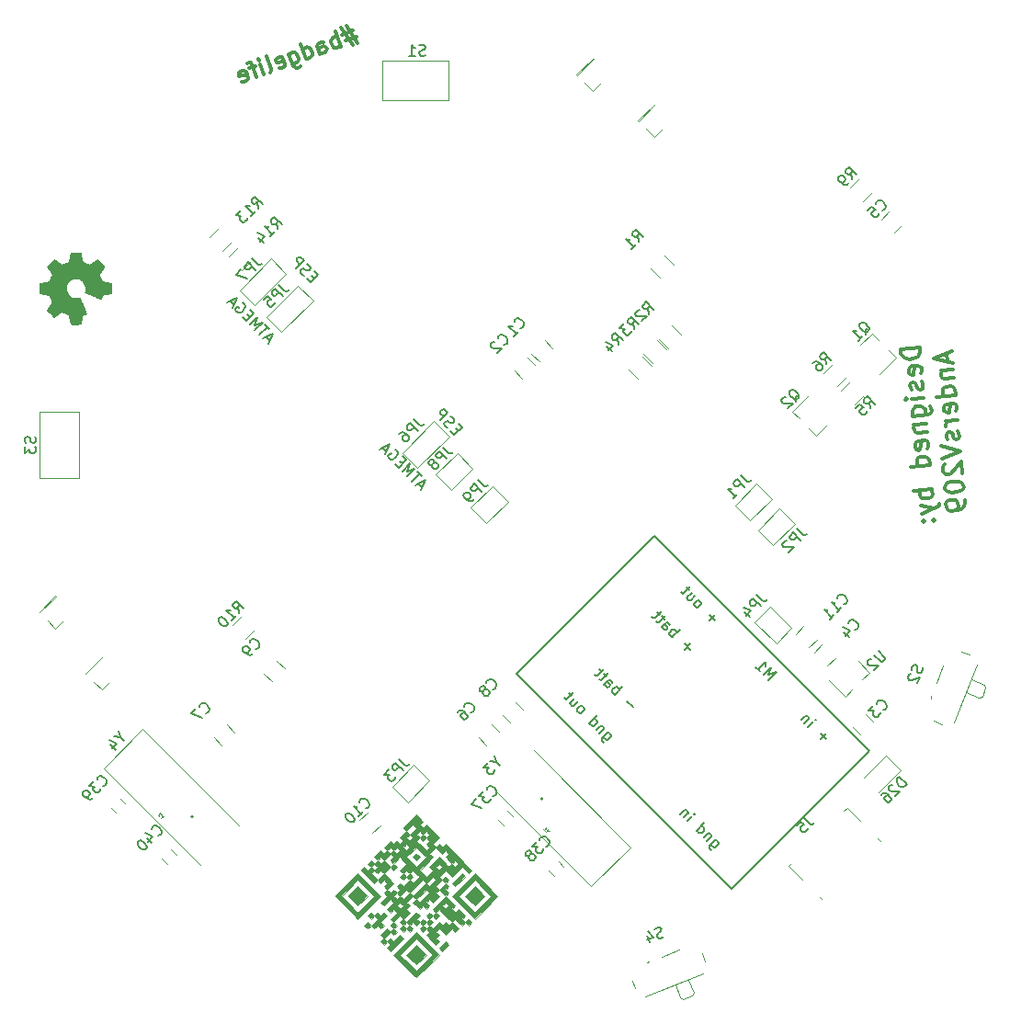
<source format=gbo>
G04 #@! TF.GenerationSoftware,KiCad,Pcbnew,(5.0.0)*
G04 #@! TF.CreationDate,2018-09-13T19:48:45+02:00*
G04 #@! TF.ProjectId,noname.kicad_pcb_45_grader,6E6F6E616D652E6B696361645F706362,rev?*
G04 #@! TF.SameCoordinates,PX5f5e100PY8f0d180*
G04 #@! TF.FileFunction,Legend,Bot*
G04 #@! TF.FilePolarity,Positive*
%FSLAX46Y46*%
G04 Gerber Fmt 4.6, Leading zero omitted, Abs format (unit mm)*
G04 Created by KiCad (PCBNEW (5.0.0)) date 09/13/18 19:48:45*
%MOMM*%
%LPD*%
G01*
G04 APERTURE LIST*
%ADD10C,0.300000*%
%ADD11C,0.010000*%
%ADD12C,0.120000*%
%ADD13C,0.200000*%
%ADD14C,0.150000*%
%ADD15C,0.050000*%
G04 APERTURE END LIST*
D10*
X93112530Y63617336D02*
X91369189Y63464814D01*
X91405504Y63049733D01*
X91510309Y62807947D01*
X91690867Y62656441D01*
X91864163Y62587950D01*
X92203491Y62533986D01*
X92452539Y62555775D01*
X92777341Y62667843D01*
X92936111Y62765385D01*
X93087617Y62945944D01*
X93148845Y63202255D01*
X93112530Y63617336D01*
X93240140Y61202603D02*
X93308630Y61375898D01*
X93279578Y61707963D01*
X93182036Y61866733D01*
X93008741Y61935223D01*
X92344611Y61877119D01*
X92185841Y61779577D01*
X92117351Y61606282D01*
X92146403Y61274217D01*
X92243945Y61115447D01*
X92417241Y61046957D01*
X92583273Y61061483D01*
X92676676Y61906171D01*
X93305507Y60455457D02*
X93403049Y60296687D01*
X93432101Y59964622D01*
X93363610Y59791327D01*
X93204841Y59693785D01*
X93121825Y59686522D01*
X92948529Y59755012D01*
X92850987Y59913782D01*
X92829198Y60162830D01*
X92731656Y60321600D01*
X92558361Y60390090D01*
X92475344Y60382827D01*
X92316575Y60285285D01*
X92248085Y60111989D01*
X92269874Y59862941D01*
X92367416Y59704171D01*
X93519256Y58968428D02*
X92357029Y58866746D01*
X91775916Y58815905D02*
X91851669Y58906184D01*
X91941948Y58830431D01*
X91866195Y58740152D01*
X91775916Y58815905D01*
X91941948Y58830431D01*
X92495026Y57289438D02*
X93906302Y57412908D01*
X94065071Y57510451D01*
X94140824Y57600730D01*
X94209315Y57774025D01*
X94187526Y58023074D01*
X94089984Y58181843D01*
X93574237Y57383857D02*
X93642727Y57557152D01*
X93613675Y57889217D01*
X93516133Y58047986D01*
X93425854Y58123740D01*
X93252558Y58192230D01*
X92754461Y58148652D01*
X92595692Y58051110D01*
X92519938Y57960831D01*
X92451448Y57787535D01*
X92480500Y57455470D01*
X92578042Y57296701D01*
X92567656Y56459276D02*
X93729883Y56560957D01*
X92733688Y56473802D02*
X92657935Y56383522D01*
X92589445Y56210227D01*
X92611234Y55961178D01*
X92708776Y55802409D01*
X92882071Y55733918D01*
X93795250Y55813811D01*
X93842967Y54312256D02*
X93911457Y54485552D01*
X93882405Y54817617D01*
X93784863Y54976386D01*
X93611568Y55044876D01*
X92947438Y54986772D01*
X92788669Y54889230D01*
X92720178Y54715935D01*
X92749230Y54383870D01*
X92846772Y54225100D01*
X93020068Y54156610D01*
X93186100Y54171136D01*
X93279503Y55015824D01*
X94063980Y52742211D02*
X92320639Y52589688D01*
X93980964Y52734948D02*
X94049454Y52908243D01*
X94020402Y53240308D01*
X93922860Y53399078D01*
X93832581Y53474831D01*
X93659285Y53543321D01*
X93161188Y53499743D01*
X93002418Y53402201D01*
X92926665Y53311922D01*
X92858175Y53138627D01*
X92887227Y52806562D01*
X92984769Y52647792D01*
X94252817Y50583789D02*
X92509477Y50431267D01*
X93173606Y50489370D02*
X93105116Y50316075D01*
X93134168Y49984010D01*
X93231710Y49825241D01*
X93321989Y49749487D01*
X93495285Y49680997D01*
X93993382Y49724575D01*
X94152152Y49822117D01*
X94227905Y49912396D01*
X94296395Y50085692D01*
X94267343Y50417757D01*
X94169801Y50576526D01*
X93214061Y49070832D02*
X94412603Y48757432D01*
X93286691Y48240669D02*
X94412603Y48757432D01*
X94813158Y48959779D01*
X94888911Y49050059D01*
X94957402Y49223354D01*
X94340989Y47663695D02*
X94431268Y47587942D01*
X94507022Y47678221D01*
X94416742Y47753974D01*
X94340989Y47663695D01*
X94507022Y47678221D01*
X93427811Y47583802D02*
X93518090Y47508049D01*
X93593843Y47598328D01*
X93503564Y47674082D01*
X93427811Y47583802D01*
X93593843Y47598328D01*
X95593668Y63081543D02*
X95666298Y62251381D01*
X96077240Y63291154D02*
X94384740Y62557518D01*
X96178921Y62128927D01*
X95067535Y61446131D02*
X96229762Y61547813D01*
X95233567Y61460657D02*
X95157814Y61370378D01*
X95089324Y61197083D01*
X95111113Y60948034D01*
X95208655Y60789265D01*
X95381950Y60720774D01*
X96295129Y60800667D01*
X96433125Y59223359D02*
X94689785Y59070836D01*
X96350109Y59216096D02*
X96418600Y59389391D01*
X96389548Y59721456D01*
X96292005Y59880226D01*
X96201726Y59955979D01*
X96028431Y60024469D01*
X95530333Y59980891D01*
X95371564Y59883349D01*
X95295811Y59793070D01*
X95227320Y59619774D01*
X95256372Y59287710D01*
X95353915Y59128940D01*
X96480843Y57721804D02*
X96549333Y57895099D01*
X96520281Y58227164D01*
X96422739Y58385934D01*
X96249444Y58454424D01*
X95585314Y58396320D01*
X95426544Y58298778D01*
X95358054Y58125482D01*
X95387106Y57793417D01*
X95484648Y57634648D01*
X95657944Y57566158D01*
X95823976Y57580684D01*
X95917379Y58425372D01*
X96636489Y56898904D02*
X95474262Y56797223D01*
X95806327Y56826275D02*
X95647557Y56728733D01*
X95571804Y56638453D01*
X95503314Y56465158D01*
X95517840Y56299125D01*
X96640628Y55895447D02*
X96738171Y55736677D01*
X96767223Y55404612D01*
X96698732Y55231317D01*
X96539963Y55133775D01*
X96456947Y55126512D01*
X96283651Y55195002D01*
X96186109Y55353772D01*
X96164320Y55602820D01*
X96066778Y55761590D01*
X95893482Y55830080D01*
X95810466Y55822817D01*
X95651697Y55725275D01*
X95583206Y55551979D01*
X95604995Y55302931D01*
X95702538Y55144161D01*
X95089249Y54504944D02*
X96883430Y54076353D01*
X95190930Y53342717D01*
X95400541Y52859145D02*
X95324787Y52768866D01*
X95256297Y52595571D01*
X95292612Y52180490D01*
X95390154Y52021720D01*
X95480433Y51945967D01*
X95653729Y51877477D01*
X95819761Y51892003D01*
X96061547Y51996808D01*
X96970586Y53080158D01*
X97065005Y52000947D01*
X95416083Y50769214D02*
X95430609Y50603181D01*
X95528151Y50444412D01*
X95618430Y50368659D01*
X95791725Y50300168D01*
X96131053Y50246204D01*
X96546134Y50282519D01*
X96870936Y50394587D01*
X97029706Y50492129D01*
X97105459Y50582408D01*
X97173949Y50755704D01*
X97159423Y50921736D01*
X97061881Y51080506D01*
X96971602Y51156259D01*
X96798307Y51224749D01*
X96458979Y51278714D01*
X96043898Y51242399D01*
X95719096Y51130331D01*
X95560326Y51032788D01*
X95484573Y50942509D01*
X95416083Y50769214D01*
X97282894Y49510460D02*
X97311946Y49178396D01*
X97243456Y49005100D01*
X97167702Y48914821D01*
X96933180Y48727000D01*
X96608378Y48614931D01*
X95944248Y48556828D01*
X95770953Y48625318D01*
X95680673Y48701071D01*
X95583131Y48859841D01*
X95554079Y49191905D01*
X95622569Y49365201D01*
X95698323Y49455480D01*
X95857092Y49553022D01*
X96272173Y49589337D01*
X96445469Y49520847D01*
X96535748Y49445094D01*
X96633290Y49286324D01*
X96662342Y48954259D01*
X96593852Y48780964D01*
X96518099Y48690685D01*
X96359329Y48593142D01*
X40910099Y92798624D02*
X39903285Y92432174D01*
X40287503Y93256132D02*
X41349839Y91590448D01*
X40257397Y91876946D02*
X41264211Y92243396D01*
X40879993Y91419438D02*
X39817657Y93085122D01*
X39775459Y91321472D02*
X39262429Y92731010D01*
X39457869Y92194043D02*
X39299197Y92212304D01*
X39030713Y92114584D01*
X38920902Y91998603D01*
X38878211Y91907052D01*
X38859950Y91748380D01*
X39006530Y91345655D01*
X39122511Y91235843D01*
X39214062Y91193152D01*
X39372734Y91174891D01*
X39641217Y91272611D01*
X39751029Y91388592D01*
X37896074Y90637431D02*
X37627344Y91375761D01*
X37645605Y91534433D01*
X37755416Y91650414D01*
X38023900Y91748134D01*
X38182572Y91729873D01*
X37871644Y90704552D02*
X38030316Y90686291D01*
X38365920Y90808441D01*
X38475732Y90924422D01*
X38493993Y91083094D01*
X38445133Y91217336D01*
X38329152Y91327148D01*
X38170480Y91345409D01*
X37834875Y91223258D01*
X37676204Y91241519D01*
X36620777Y90173261D02*
X36107746Y91582800D01*
X36596347Y90240382D02*
X36755018Y90222121D01*
X37023502Y90319841D01*
X37133314Y90435822D01*
X37176005Y90527373D01*
X37194266Y90686045D01*
X37047686Y91088770D01*
X36931705Y91198582D01*
X36840154Y91241273D01*
X36681482Y91259534D01*
X36412998Y91161814D01*
X36303186Y91045833D01*
X35003459Y90648783D02*
X35418770Y89507728D01*
X35534750Y89397916D01*
X35626301Y89355225D01*
X35784973Y89336965D01*
X35986336Y89410255D01*
X36096148Y89526236D01*
X35321049Y89776212D02*
X35479721Y89757951D01*
X35748205Y89855671D01*
X35858017Y89971652D01*
X35900708Y90063203D01*
X35918968Y90221875D01*
X35772388Y90624600D01*
X35656407Y90734412D01*
X35564857Y90777103D01*
X35406185Y90795364D01*
X35137701Y90697643D01*
X35027889Y90581663D01*
X34112873Y89336472D02*
X34271545Y89318211D01*
X34540029Y89415931D01*
X34649840Y89531912D01*
X34668101Y89690583D01*
X34472661Y90227551D01*
X34356680Y90337362D01*
X34198009Y90355623D01*
X33929525Y90257903D01*
X33819713Y90141922D01*
X33801452Y89983251D01*
X33850312Y89849009D01*
X34570381Y89959067D01*
X33264732Y88951761D02*
X33374543Y89067741D01*
X33392804Y89226413D01*
X32953064Y90434589D01*
X32727764Y88756320D02*
X32385744Y89696013D01*
X32214734Y90165859D02*
X32306285Y90123168D01*
X32263594Y90031618D01*
X32172043Y90074308D01*
X32214734Y90165859D01*
X32263594Y90031618D01*
X31915898Y89525003D02*
X31378931Y89329563D01*
X32056555Y88512020D02*
X31616815Y89720197D01*
X31500834Y89830008D01*
X31342162Y89848269D01*
X31207921Y89799409D01*
X30689707Y88090541D02*
X30848379Y88072280D01*
X31116863Y88170000D01*
X31226674Y88285981D01*
X31244935Y88444653D01*
X31049495Y88981620D01*
X30933514Y89091432D01*
X30774843Y89109693D01*
X30506359Y89011973D01*
X30396547Y88895992D01*
X30378286Y88737320D01*
X30427146Y88603078D01*
X31147215Y88713137D01*
D11*
G04 #@! TO.C,REF\002A\002A*
G36*
X12957920Y70679411D02*
X13213046Y70305744D01*
X13084504Y69996892D01*
X12955960Y69688039D01*
X12515189Y69604081D01*
X12392038Y69580279D01*
X12281267Y69558213D01*
X12188000Y69538958D01*
X12117361Y69523587D01*
X12074474Y69513176D01*
X12063716Y69509420D01*
X12059646Y69487342D01*
X12056603Y69434509D01*
X12054537Y69357235D01*
X12053399Y69261832D01*
X12053142Y69154610D01*
X12053716Y69041880D01*
X12055073Y68929955D01*
X12057165Y68825147D01*
X12059943Y68733765D01*
X12063358Y68662123D01*
X12067362Y68616532D01*
X12070688Y68603262D01*
X12093143Y68595116D01*
X12146717Y68581654D01*
X12226027Y68564047D01*
X12325682Y68543462D01*
X12440297Y68521071D01*
X12506089Y68508718D01*
X12626137Y68486075D01*
X12733797Y68464969D01*
X12823764Y68446507D01*
X12890733Y68431794D01*
X12929401Y68421933D01*
X12936664Y68418999D01*
X12946249Y68399601D01*
X12966649Y68352451D01*
X12995134Y68284318D01*
X13028971Y68201967D01*
X13065431Y68112165D01*
X13101784Y68021680D01*
X13135299Y67937277D01*
X13163243Y67865724D01*
X13182889Y67813787D01*
X13191504Y67788233D01*
X13191676Y67787061D01*
X13181640Y67770500D01*
X13153501Y67727805D01*
X13110215Y67663364D01*
X13054736Y67581562D01*
X12990022Y67486784D01*
X12952164Y67431588D01*
X12883175Y67330153D01*
X12821647Y67237748D01*
X12770628Y67159113D01*
X12733166Y67098987D01*
X12712312Y67062109D01*
X12709051Y67053764D01*
X12720573Y67030875D01*
X12754845Y66987432D01*
X12807321Y66927974D01*
X12873453Y66857043D01*
X12948694Y66779180D01*
X13028496Y66698925D01*
X13108315Y66620818D01*
X13183601Y66549403D01*
X13249809Y66489219D01*
X13302390Y66444806D01*
X13336797Y66420706D01*
X13345979Y66417707D01*
X13371756Y66428885D01*
X13421345Y66457602D01*
X13488341Y66499905D01*
X13566338Y66551842D01*
X13593231Y66570305D01*
X13722603Y66659619D01*
X13825105Y66729862D01*
X13904234Y66783247D01*
X13963484Y66821987D01*
X14006350Y66848294D01*
X14036329Y66864381D01*
X14056913Y66872462D01*
X14071600Y66874749D01*
X14074012Y66874711D01*
X14105604Y66866826D01*
X14162097Y66846494D01*
X14236986Y66816614D01*
X14323759Y66780085D01*
X14415909Y66739804D01*
X14506925Y66698670D01*
X14590300Y66659581D01*
X14659523Y66625435D01*
X14708085Y66599131D01*
X14729479Y66583567D01*
X14729882Y66582677D01*
X14735111Y66557699D01*
X14745942Y66502064D01*
X14761268Y66421587D01*
X14779984Y66322081D01*
X14800988Y66209358D01*
X14806929Y66177296D01*
X14829249Y66061842D01*
X14851125Y65958011D01*
X14871179Y65871647D01*
X14888036Y65808590D01*
X14900317Y65774681D01*
X14902630Y65771320D01*
X14926629Y65765492D01*
X14981277Y65761054D01*
X15060173Y65757953D01*
X15156914Y65756137D01*
X15265097Y65755553D01*
X15378320Y65756151D01*
X15490180Y65757875D01*
X15594276Y65760677D01*
X15684204Y65764503D01*
X15753562Y65769301D01*
X15795948Y65775018D01*
X15805595Y65778678D01*
X15814032Y65801216D01*
X15826725Y65851940D01*
X15841712Y65922483D01*
X15852257Y65977744D01*
X15870851Y66078389D01*
X15893149Y66197298D01*
X15915740Y66316345D01*
X15928003Y66380232D01*
X15969708Y66596275D01*
X16136381Y66645964D01*
X16211290Y66669624D01*
X16273116Y66691615D01*
X16312833Y66708613D01*
X16321631Y66714251D01*
X16318640Y66734600D01*
X16302784Y66784702D01*
X16275827Y66860238D01*
X16239533Y66956884D01*
X16195665Y67070322D01*
X16145987Y67196231D01*
X16092264Y67330291D01*
X16036259Y67468182D01*
X15979735Y67605583D01*
X15924457Y67738174D01*
X15872188Y67861635D01*
X15824692Y67971645D01*
X15783733Y68063885D01*
X15751075Y68134033D01*
X15728482Y68177771D01*
X15718792Y68190861D01*
X15690787Y68191914D01*
X15637699Y68185994D01*
X15570594Y68174370D01*
X15565096Y68173261D01*
X15381912Y68152960D01*
X15204860Y68165936D01*
X15037689Y68209863D01*
X14884148Y68282413D01*
X14747985Y68381259D01*
X14632950Y68504074D01*
X14542792Y68648530D01*
X14481261Y68812301D01*
X14471655Y68851987D01*
X14450357Y69029740D01*
X14462852Y69202074D01*
X14506358Y69365379D01*
X14578092Y69516039D01*
X14675270Y69650439D01*
X14795111Y69764968D01*
X14934829Y69856009D01*
X15091644Y69919948D01*
X15262771Y69953172D01*
X15322363Y69956793D01*
X15490405Y69949628D01*
X15641241Y69916021D01*
X15784821Y69852856D01*
X15909585Y69772879D01*
X16030210Y69663310D01*
X16127445Y69529208D01*
X16199252Y69376356D01*
X16243594Y69210535D01*
X16258434Y69037526D01*
X16241735Y68863113D01*
X16237489Y68842242D01*
X16224924Y68775234D01*
X16218264Y68721404D01*
X16218864Y68691885D01*
X16219130Y68691199D01*
X16238524Y68678013D01*
X16287802Y68653347D01*
X16362643Y68618964D01*
X16458725Y68576626D01*
X16571731Y68528095D01*
X16697340Y68475136D01*
X16831230Y68419509D01*
X16969084Y68362978D01*
X17106579Y68307306D01*
X17239397Y68254254D01*
X17363217Y68205585D01*
X17473718Y68163063D01*
X17566581Y68128449D01*
X17637486Y68103507D01*
X17682112Y68089999D01*
X17696011Y68088631D01*
X17709212Y68113721D01*
X17729093Y68165488D01*
X17752325Y68234907D01*
X17764297Y68273881D01*
X17813987Y68440553D01*
X18030030Y68482259D01*
X18140473Y68503390D01*
X18261642Y68526273D01*
X18375409Y68547497D01*
X18432518Y68558005D01*
X18511997Y68573624D01*
X18577564Y68588584D01*
X18620761Y68600838D01*
X18633037Y68606572D01*
X18637320Y68628502D01*
X18641698Y68682141D01*
X18645913Y68762121D01*
X18649711Y68863069D01*
X18652837Y68979618D01*
X18654269Y69053875D01*
X18655425Y69185138D01*
X18654459Y69300544D01*
X18651547Y69395289D01*
X18646866Y69464573D01*
X18640591Y69503592D01*
X18637565Y69509758D01*
X18612795Y69519951D01*
X18557306Y69535156D01*
X18476911Y69554030D01*
X18377423Y69575226D01*
X18264657Y69597403D01*
X18232965Y69603332D01*
X18117662Y69624765D01*
X18014001Y69644211D01*
X17927793Y69660565D01*
X17864853Y69672722D01*
X17830994Y69679578D01*
X17827584Y69680379D01*
X17813311Y69698554D01*
X17787995Y69744579D01*
X17754534Y69811945D01*
X17715827Y69894144D01*
X17674771Y69984666D01*
X17634265Y70077001D01*
X17597207Y70164642D01*
X17566496Y70241079D01*
X17545029Y70299802D01*
X17535707Y70334303D01*
X17535551Y70336249D01*
X17536987Y70350209D01*
X17543796Y70369404D01*
X17558191Y70397328D01*
X17582386Y70437476D01*
X17618592Y70493344D01*
X17669024Y70568426D01*
X17735893Y70666217D01*
X17821412Y70790212D01*
X17839956Y70817030D01*
X17894192Y70897240D01*
X17940091Y70968551D01*
X17973699Y71024554D01*
X17991064Y71058847D01*
X17992555Y71064283D01*
X17980770Y71087483D01*
X17946318Y71131211D01*
X17893741Y71190924D01*
X17827579Y71262073D01*
X17752374Y71340109D01*
X17672667Y71420488D01*
X17592997Y71498661D01*
X17517906Y71570081D01*
X17451935Y71630203D01*
X17399624Y71674477D01*
X17365515Y71698359D01*
X17356498Y71701210D01*
X17333348Y71690033D01*
X17284525Y71660689D01*
X17214770Y71616227D01*
X17128820Y71559695D01*
X17031413Y71494143D01*
X16978673Y71458098D01*
X16878701Y71389616D01*
X16789327Y71328769D01*
X16714938Y71278512D01*
X16659920Y71241803D01*
X16628661Y71221595D01*
X16623200Y71218585D01*
X16602231Y71225238D01*
X16553832Y71243374D01*
X16484774Y71270256D01*
X16401826Y71303149D01*
X16311758Y71339318D01*
X16221339Y71376027D01*
X16137339Y71410538D01*
X16066528Y71440120D01*
X16015676Y71462033D01*
X15991552Y71473542D01*
X15990656Y71474203D01*
X15983751Y71495409D01*
X15971452Y71547798D01*
X15954867Y71626051D01*
X15935103Y71724845D01*
X15913270Y71838858D01*
X15901048Y71904667D01*
X15878334Y72025028D01*
X15856749Y72133339D01*
X15837464Y72224202D01*
X15821648Y72292214D01*
X15810471Y72331973D01*
X15806826Y72339747D01*
X15784664Y72344163D01*
X15731761Y72348007D01*
X15654429Y72351234D01*
X15558978Y72353800D01*
X15451723Y72355657D01*
X15338976Y72356763D01*
X15227046Y72357068D01*
X15122249Y72356531D01*
X15030895Y72355104D01*
X14959296Y72352742D01*
X14913765Y72349402D01*
X14900557Y72346261D01*
X14894325Y72325871D01*
X14882376Y72274148D01*
X14865782Y72196210D01*
X14845612Y72097179D01*
X14822938Y71982173D01*
X14806181Y71895073D01*
X14722223Y71454302D01*
X14104517Y71197215D01*
X13730851Y71452342D01*
X13357184Y71707468D01*
X12702793Y71053078D01*
X12957920Y70679411D01*
X12957920Y70679411D01*
G37*
X12957920Y70679411D02*
X13213046Y70305744D01*
X13084504Y69996892D01*
X12955960Y69688039D01*
X12515189Y69604081D01*
X12392038Y69580279D01*
X12281267Y69558213D01*
X12188000Y69538958D01*
X12117361Y69523587D01*
X12074474Y69513176D01*
X12063716Y69509420D01*
X12059646Y69487342D01*
X12056603Y69434509D01*
X12054537Y69357235D01*
X12053399Y69261832D01*
X12053142Y69154610D01*
X12053716Y69041880D01*
X12055073Y68929955D01*
X12057165Y68825147D01*
X12059943Y68733765D01*
X12063358Y68662123D01*
X12067362Y68616532D01*
X12070688Y68603262D01*
X12093143Y68595116D01*
X12146717Y68581654D01*
X12226027Y68564047D01*
X12325682Y68543462D01*
X12440297Y68521071D01*
X12506089Y68508718D01*
X12626137Y68486075D01*
X12733797Y68464969D01*
X12823764Y68446507D01*
X12890733Y68431794D01*
X12929401Y68421933D01*
X12936664Y68418999D01*
X12946249Y68399601D01*
X12966649Y68352451D01*
X12995134Y68284318D01*
X13028971Y68201967D01*
X13065431Y68112165D01*
X13101784Y68021680D01*
X13135299Y67937277D01*
X13163243Y67865724D01*
X13182889Y67813787D01*
X13191504Y67788233D01*
X13191676Y67787061D01*
X13181640Y67770500D01*
X13153501Y67727805D01*
X13110215Y67663364D01*
X13054736Y67581562D01*
X12990022Y67486784D01*
X12952164Y67431588D01*
X12883175Y67330153D01*
X12821647Y67237748D01*
X12770628Y67159113D01*
X12733166Y67098987D01*
X12712312Y67062109D01*
X12709051Y67053764D01*
X12720573Y67030875D01*
X12754845Y66987432D01*
X12807321Y66927974D01*
X12873453Y66857043D01*
X12948694Y66779180D01*
X13028496Y66698925D01*
X13108315Y66620818D01*
X13183601Y66549403D01*
X13249809Y66489219D01*
X13302390Y66444806D01*
X13336797Y66420706D01*
X13345979Y66417707D01*
X13371756Y66428885D01*
X13421345Y66457602D01*
X13488341Y66499905D01*
X13566338Y66551842D01*
X13593231Y66570305D01*
X13722603Y66659619D01*
X13825105Y66729862D01*
X13904234Y66783247D01*
X13963484Y66821987D01*
X14006350Y66848294D01*
X14036329Y66864381D01*
X14056913Y66872462D01*
X14071600Y66874749D01*
X14074012Y66874711D01*
X14105604Y66866826D01*
X14162097Y66846494D01*
X14236986Y66816614D01*
X14323759Y66780085D01*
X14415909Y66739804D01*
X14506925Y66698670D01*
X14590300Y66659581D01*
X14659523Y66625435D01*
X14708085Y66599131D01*
X14729479Y66583567D01*
X14729882Y66582677D01*
X14735111Y66557699D01*
X14745942Y66502064D01*
X14761268Y66421587D01*
X14779984Y66322081D01*
X14800988Y66209358D01*
X14806929Y66177296D01*
X14829249Y66061842D01*
X14851125Y65958011D01*
X14871179Y65871647D01*
X14888036Y65808590D01*
X14900317Y65774681D01*
X14902630Y65771320D01*
X14926629Y65765492D01*
X14981277Y65761054D01*
X15060173Y65757953D01*
X15156914Y65756137D01*
X15265097Y65755553D01*
X15378320Y65756151D01*
X15490180Y65757875D01*
X15594276Y65760677D01*
X15684204Y65764503D01*
X15753562Y65769301D01*
X15795948Y65775018D01*
X15805595Y65778678D01*
X15814032Y65801216D01*
X15826725Y65851940D01*
X15841712Y65922483D01*
X15852257Y65977744D01*
X15870851Y66078389D01*
X15893149Y66197298D01*
X15915740Y66316345D01*
X15928003Y66380232D01*
X15969708Y66596275D01*
X16136381Y66645964D01*
X16211290Y66669624D01*
X16273116Y66691615D01*
X16312833Y66708613D01*
X16321631Y66714251D01*
X16318640Y66734600D01*
X16302784Y66784702D01*
X16275827Y66860238D01*
X16239533Y66956884D01*
X16195665Y67070322D01*
X16145987Y67196231D01*
X16092264Y67330291D01*
X16036259Y67468182D01*
X15979735Y67605583D01*
X15924457Y67738174D01*
X15872188Y67861635D01*
X15824692Y67971645D01*
X15783733Y68063885D01*
X15751075Y68134033D01*
X15728482Y68177771D01*
X15718792Y68190861D01*
X15690787Y68191914D01*
X15637699Y68185994D01*
X15570594Y68174370D01*
X15565096Y68173261D01*
X15381912Y68152960D01*
X15204860Y68165936D01*
X15037689Y68209863D01*
X14884148Y68282413D01*
X14747985Y68381259D01*
X14632950Y68504074D01*
X14542792Y68648530D01*
X14481261Y68812301D01*
X14471655Y68851987D01*
X14450357Y69029740D01*
X14462852Y69202074D01*
X14506358Y69365379D01*
X14578092Y69516039D01*
X14675270Y69650439D01*
X14795111Y69764968D01*
X14934829Y69856009D01*
X15091644Y69919948D01*
X15262771Y69953172D01*
X15322363Y69956793D01*
X15490405Y69949628D01*
X15641241Y69916021D01*
X15784821Y69852856D01*
X15909585Y69772879D01*
X16030210Y69663310D01*
X16127445Y69529208D01*
X16199252Y69376356D01*
X16243594Y69210535D01*
X16258434Y69037526D01*
X16241735Y68863113D01*
X16237489Y68842242D01*
X16224924Y68775234D01*
X16218264Y68721404D01*
X16218864Y68691885D01*
X16219130Y68691199D01*
X16238524Y68678013D01*
X16287802Y68653347D01*
X16362643Y68618964D01*
X16458725Y68576626D01*
X16571731Y68528095D01*
X16697340Y68475136D01*
X16831230Y68419509D01*
X16969084Y68362978D01*
X17106579Y68307306D01*
X17239397Y68254254D01*
X17363217Y68205585D01*
X17473718Y68163063D01*
X17566581Y68128449D01*
X17637486Y68103507D01*
X17682112Y68089999D01*
X17696011Y68088631D01*
X17709212Y68113721D01*
X17729093Y68165488D01*
X17752325Y68234907D01*
X17764297Y68273881D01*
X17813987Y68440553D01*
X18030030Y68482259D01*
X18140473Y68503390D01*
X18261642Y68526273D01*
X18375409Y68547497D01*
X18432518Y68558005D01*
X18511997Y68573624D01*
X18577564Y68588584D01*
X18620761Y68600838D01*
X18633037Y68606572D01*
X18637320Y68628502D01*
X18641698Y68682141D01*
X18645913Y68762121D01*
X18649711Y68863069D01*
X18652837Y68979618D01*
X18654269Y69053875D01*
X18655425Y69185138D01*
X18654459Y69300544D01*
X18651547Y69395289D01*
X18646866Y69464573D01*
X18640591Y69503592D01*
X18637565Y69509758D01*
X18612795Y69519951D01*
X18557306Y69535156D01*
X18476911Y69554030D01*
X18377423Y69575226D01*
X18264657Y69597403D01*
X18232965Y69603332D01*
X18117662Y69624765D01*
X18014001Y69644211D01*
X17927793Y69660565D01*
X17864853Y69672722D01*
X17830994Y69679578D01*
X17827584Y69680379D01*
X17813311Y69698554D01*
X17787995Y69744579D01*
X17754534Y69811945D01*
X17715827Y69894144D01*
X17674771Y69984666D01*
X17634265Y70077001D01*
X17597207Y70164642D01*
X17566496Y70241079D01*
X17545029Y70299802D01*
X17535707Y70334303D01*
X17535551Y70336249D01*
X17536987Y70350209D01*
X17543796Y70369404D01*
X17558191Y70397328D01*
X17582386Y70437476D01*
X17618592Y70493344D01*
X17669024Y70568426D01*
X17735893Y70666217D01*
X17821412Y70790212D01*
X17839956Y70817030D01*
X17894192Y70897240D01*
X17940091Y70968551D01*
X17973699Y71024554D01*
X17991064Y71058847D01*
X17992555Y71064283D01*
X17980770Y71087483D01*
X17946318Y71131211D01*
X17893741Y71190924D01*
X17827579Y71262073D01*
X17752374Y71340109D01*
X17672667Y71420488D01*
X17592997Y71498661D01*
X17517906Y71570081D01*
X17451935Y71630203D01*
X17399624Y71674477D01*
X17365515Y71698359D01*
X17356498Y71701210D01*
X17333348Y71690033D01*
X17284525Y71660689D01*
X17214770Y71616227D01*
X17128820Y71559695D01*
X17031413Y71494143D01*
X16978673Y71458098D01*
X16878701Y71389616D01*
X16789327Y71328769D01*
X16714938Y71278512D01*
X16659920Y71241803D01*
X16628661Y71221595D01*
X16623200Y71218585D01*
X16602231Y71225238D01*
X16553832Y71243374D01*
X16484774Y71270256D01*
X16401826Y71303149D01*
X16311758Y71339318D01*
X16221339Y71376027D01*
X16137339Y71410538D01*
X16066528Y71440120D01*
X16015676Y71462033D01*
X15991552Y71473542D01*
X15990656Y71474203D01*
X15983751Y71495409D01*
X15971452Y71547798D01*
X15954867Y71626051D01*
X15935103Y71724845D01*
X15913270Y71838858D01*
X15901048Y71904667D01*
X15878334Y72025028D01*
X15856749Y72133339D01*
X15837464Y72224202D01*
X15821648Y72292214D01*
X15810471Y72331973D01*
X15806826Y72339747D01*
X15784664Y72344163D01*
X15731761Y72348007D01*
X15654429Y72351234D01*
X15558978Y72353800D01*
X15451723Y72355657D01*
X15338976Y72356763D01*
X15227046Y72357068D01*
X15122249Y72356531D01*
X15030895Y72355104D01*
X14959296Y72352742D01*
X14913765Y72349402D01*
X14900557Y72346261D01*
X14894325Y72325871D01*
X14882376Y72274148D01*
X14865782Y72196210D01*
X14845612Y72097179D01*
X14822938Y71982173D01*
X14806181Y71895073D01*
X14722223Y71454302D01*
X14104517Y71197215D01*
X13730851Y71452342D01*
X13357184Y71707468D01*
X12702793Y71053078D01*
X12957920Y70679411D01*
D12*
G04 #@! TO.C,JP9*
X53762849Y50827207D02*
X51782950Y48847308D01*
X51782950Y48847308D02*
X53197163Y47433095D01*
X53197163Y47433095D02*
X55177062Y49412994D01*
X55177062Y49412994D02*
X53762849Y50827207D01*
G04 #@! TO.C,Q1*
X88700994Y64905704D02*
X89358604Y64248095D01*
X90935452Y62671246D02*
X90277843Y63328856D01*
X90935452Y62671246D02*
X89408101Y61143896D01*
X88700994Y64905704D02*
X87668619Y63873328D01*
G04 #@! TO.C,JP8*
X51945584Y52446483D02*
X50531371Y53860696D01*
X49965685Y50466584D02*
X51945584Y52446483D01*
X48551472Y51880797D02*
X49965685Y50466584D01*
X50531371Y53860696D02*
X48551472Y51880797D01*
G04 #@! TO.C,S4*
X66924681Y4557283D02*
X66635146Y5292312D01*
X73055027Y7821171D02*
X73344562Y7086143D01*
X70948928Y8120083D02*
X69367218Y7497031D01*
X73156478Y5926519D02*
X67853098Y3837462D01*
X71070616Y3718402D02*
X70597830Y4918641D01*
X72171041Y3926166D02*
X71333666Y3596315D01*
X71807373Y5395092D02*
X72280159Y4194854D01*
X71070616Y3718402D02*
X71333666Y3596315D01*
X72280159Y4194854D02*
X72171041Y3926166D01*
X68157675Y7020579D02*
X67971592Y6947279D01*
G04 #@! TO.C,Y4*
X21525850Y28461421D02*
X30435395Y19551875D01*
X17919605Y24855176D02*
X21525850Y28461421D01*
X26829151Y15945631D02*
X17919605Y24855176D01*
G04 #@! TO.C,S2*
X94195680Y31479618D02*
X94122379Y31293534D01*
X99073812Y32567472D02*
X99195899Y32304423D01*
X98597360Y31357929D02*
X98866048Y31467048D01*
X97873573Y33040258D02*
X99073812Y32567472D01*
X99195899Y32304423D02*
X98866048Y31467048D01*
X98597360Y31357929D02*
X97397122Y31830717D01*
X98405000Y34389364D02*
X96315943Y29085984D01*
X95295183Y34270870D02*
X94672131Y32689161D01*
X96950150Y35607316D02*
X97685179Y35317781D01*
X95156319Y28897900D02*
X94421291Y29187435D01*
G04 #@! TO.C,Q2*
X83588613Y55479970D02*
X84620988Y56512346D01*
X81354155Y57714428D02*
X82881506Y59241778D01*
X81354155Y57714428D02*
X82011764Y57056818D01*
X83588613Y55479970D02*
X82931003Y56137579D01*
G04 #@! TO.C,S1*
X43631781Y90014872D02*
X43631781Y86394872D01*
X49751781Y90014872D02*
X43631781Y90014872D01*
X49751781Y86394872D02*
X49751781Y90014872D01*
X43631781Y86394872D02*
X49751781Y86394872D01*
G04 #@! TO.C,Y3*
X57552940Y26488592D02*
X66462486Y17579047D01*
X66462486Y17579047D02*
X62856241Y13972802D01*
X62856241Y13972802D02*
X53946696Y22882348D01*
G04 #@! TO.C,J4*
X67169593Y84485491D02*
X68668659Y85984557D01*
X67212019Y84443065D02*
X67169593Y84485491D01*
X68711085Y85942131D02*
X68668659Y85984557D01*
X67212019Y84443065D02*
X68711085Y85942131D01*
X67919126Y83735958D02*
X68668659Y82986425D01*
X68668659Y82986425D02*
X69418192Y83735958D01*
G04 #@! TO.C,J3*
X63011805Y87229065D02*
X63761338Y87978598D01*
X62262272Y87978598D02*
X63011805Y87229065D01*
X61555165Y88685705D02*
X63054231Y90184771D01*
X63054231Y90184771D02*
X63011805Y90227197D01*
X61555165Y88685705D02*
X61512739Y88728131D01*
X61512739Y88728131D02*
X63011805Y90227197D01*
G04 #@! TO.C,S3*
X12022528Y57684371D02*
X12022528Y51564371D01*
X12022528Y51564371D02*
X15642528Y51564371D01*
X15642528Y51564371D02*
X15642528Y57684371D01*
X15642528Y57684371D02*
X12022528Y57684371D01*
G04 #@! TO.C,JP6*
X46868557Y52488908D02*
X49767695Y55388046D01*
X49767695Y55388046D02*
X48353481Y56802260D01*
X48353481Y56802260D02*
X45454343Y53903122D01*
X45454343Y53903122D02*
X46868557Y52488908D01*
G04 #@! TO.C,J1*
X13514330Y37731591D02*
X14263863Y38481124D01*
X12764797Y38481124D02*
X13514330Y37731591D01*
X12057690Y39188231D02*
X13556756Y40687297D01*
X13556756Y40687297D02*
X13514330Y40729723D01*
X12057690Y39188231D02*
X12015264Y39230657D01*
X12015264Y39230657D02*
X13514330Y40729723D01*
G04 #@! TO.C,J5*
X89464669Y18165945D02*
X89280822Y18349793D01*
X87668618Y19961996D02*
X86417039Y21213575D01*
X86417039Y21213575D02*
X86148339Y20944875D01*
X81028886Y15825422D02*
X82280465Y14573843D01*
X83892668Y12961639D02*
X84076516Y12777792D01*
X81028886Y15825422D02*
X81297586Y16094122D01*
G04 #@! TO.C,U2*
X88495934Y33658656D02*
X87838325Y33001046D01*
X86261476Y31424198D02*
X86919086Y32081807D01*
X86261476Y31424198D02*
X84734126Y32951549D01*
X88495934Y33658656D02*
X87463558Y34691031D01*
D13*
G04 #@! TO.C,Y2*
X26150329Y20372118D02*
G75*
G03X26150329Y20372118I-70711J0D01*
G01*
D12*
G04 #@! TO.C,D26*
X91380929Y24664257D02*
X89358604Y22641932D01*
X90023284Y26021902D02*
X91380929Y24664257D01*
X88000959Y23999577D02*
X90023284Y26021902D01*
D13*
G04 #@! TO.C,Y1*
X58394398Y22040891D02*
G75*
G03X58394398Y22040891I-70711J0D01*
G01*
D12*
G04 #@! TO.C,R13*
X28519136Y74571853D02*
X27670608Y73723325D01*
X28915116Y72478817D02*
X29763644Y73327345D01*
G04 #@! TO.C,R14*
X30682883Y70711050D02*
X31531411Y71559578D01*
X30286903Y72804086D02*
X29438375Y71955558D01*
G04 #@! TO.C,JP7*
X31863751Y67479572D02*
X34762889Y70378710D01*
X34762889Y70378710D02*
X33348675Y71792924D01*
X33348675Y71792924D02*
X30449537Y68893786D01*
X30449537Y68893786D02*
X31863751Y67479572D01*
G04 #@! TO.C,JP5*
X32924411Y66418912D02*
X34338625Y65004698D01*
X35823549Y69318050D02*
X32924411Y66418912D01*
X37237763Y67903836D02*
X35823549Y69318050D01*
X34338625Y65004698D02*
X37237763Y67903836D01*
G04 #@! TO.C,J2*
X16257905Y33573802D02*
X17756971Y35072868D01*
X16300331Y33531376D02*
X16257905Y33573802D01*
X17799397Y35030442D02*
X17756971Y35072868D01*
X16300331Y33531376D02*
X17799397Y35030442D01*
X17007438Y32824269D02*
X17756971Y32074736D01*
X17756971Y32074736D02*
X18506504Y32824269D01*
G04 #@! TO.C,R1*
X70422284Y71248452D02*
X69573756Y72096980D01*
X68329248Y70852472D02*
X69177776Y70003944D01*
D14*
G04 #@! TO.C,M1*
X75760940Y13725315D02*
X88488862Y26453237D01*
X55961950Y33524305D02*
X75760940Y13725315D01*
X68689872Y46252227D02*
X55961950Y33524305D01*
X88488862Y26453237D02*
X68689872Y46252227D01*
D12*
G04 #@! TO.C,JP2*
X79628814Y45382486D02*
X81608713Y47362385D01*
X81608713Y47362385D02*
X80194500Y48776598D01*
X80194500Y48776598D02*
X78214601Y46796699D01*
X78214601Y46796699D02*
X79628814Y45382486D01*
G04 #@! TO.C,JP3*
X46515004Y25123876D02*
X44535105Y23143977D01*
X44535105Y23143977D02*
X45949318Y21729764D01*
X45949318Y21729764D02*
X47929217Y23709663D01*
X47929217Y23709663D02*
X46515004Y25123876D01*
G04 #@! TO.C,JP1*
X76093281Y49059441D02*
X77507494Y47645228D01*
X78073180Y51039340D02*
X76093281Y49059441D01*
X79487393Y49625127D02*
X78073180Y51039340D01*
X77507494Y47645228D02*
X79487393Y49625127D01*
G04 #@! TO.C,R10*
X30640456Y38877103D02*
X29791928Y38028575D01*
X31036436Y36784067D02*
X31884964Y37632595D01*
G04 #@! TO.C,R9*
X87916106Y77075012D02*
X88764634Y77923540D01*
X87520126Y79168048D02*
X86671598Y78319520D01*
G04 #@! TO.C,R4*
X68421172Y61949998D02*
X67572644Y62798526D01*
X66328136Y61554018D02*
X67176664Y60705490D01*
G04 #@! TO.C,R5*
X86749380Y60436789D02*
X85900852Y59588261D01*
X87145360Y58343753D02*
X87993888Y59192281D01*
G04 #@! TO.C,R3*
X67692852Y63003586D02*
X68541380Y62155058D01*
X69785888Y63399566D02*
X68937360Y64248094D01*
G04 #@! TO.C,R2*
X71157675Y64799638D02*
X70309147Y65648166D01*
X69064639Y64403658D02*
X69913167Y63555130D01*
G04 #@! TO.C,JP4*
X79911657Y36331519D02*
X81325870Y37745732D01*
X77931758Y38311418D02*
X79911657Y36331519D01*
X79345971Y39725631D02*
X77931758Y38311418D01*
X81325870Y37745732D02*
X79345971Y39725631D01*
G04 #@! TO.C,R6*
X85115963Y62098490D02*
X84267435Y61249962D01*
X85511943Y60005454D02*
X86360471Y60853982D01*
G04 #@! TO.C,C7*
X29318167Y28871542D02*
X30025274Y28164435D01*
X28823193Y26962354D02*
X28116086Y27669461D01*
G04 #@! TO.C,C10*
X43424947Y19601373D02*
X42717840Y18894266D01*
X41515759Y20096347D02*
X42222866Y20803454D01*
G04 #@! TO.C,C4*
X83411836Y35518346D02*
X84118943Y36225453D01*
X85321024Y35023372D02*
X84613917Y34316265D01*
G04 #@! TO.C,C37*
X55657894Y20421616D02*
X55162920Y20916590D01*
X54314392Y20068062D02*
X54809366Y19573088D01*
G04 #@! TO.C,C8*
X55382123Y29041248D02*
X54675016Y29748355D01*
X55877097Y30950436D02*
X56584204Y30243329D01*
G04 #@! TO.C,C5*
X91458711Y74904194D02*
X90751604Y74197087D01*
X89549523Y75399168D02*
X90256630Y76106275D01*
G04 #@! TO.C,C40*
X24615906Y16886083D02*
X24120932Y17381057D01*
X23272404Y16532529D02*
X23767378Y16037555D01*
G04 #@! TO.C,C39*
X19941931Y21574201D02*
X19446957Y22069175D01*
X18598429Y21220647D02*
X19093403Y20725673D01*
G04 #@! TO.C,C3*
X87654477Y27952304D02*
X86947370Y28659411D01*
X88149451Y29861492D02*
X88856558Y29154385D01*
G04 #@! TO.C,C9*
X33419387Y32831340D02*
X32712280Y33538447D01*
X33914361Y34740528D02*
X34621468Y34033421D01*
G04 #@! TO.C,C38*
X60324799Y15754712D02*
X59829825Y16249686D01*
X58981297Y15401158D02*
X59476271Y14906184D01*
G04 #@! TO.C,C2*
X56980184Y62671246D02*
X57687291Y61964139D01*
X56485210Y60762058D02*
X55778103Y61469165D01*
G04 #@! TO.C,C11*
X81714780Y37215402D02*
X82421887Y37922509D01*
X83623968Y36720428D02*
X82916861Y36013321D01*
G04 #@! TO.C,C6*
X53692137Y28878613D02*
X54399244Y28171506D01*
X53197163Y26969425D02*
X52490056Y27676532D01*
G04 #@! TO.C,C1*
X58564103Y64255165D02*
X59271210Y63548058D01*
X58069129Y62345977D02*
X57362022Y63053084D01*
D11*
G04 #@! TO.C,*
G36*
X52136503Y13965732D02*
X51238477Y13067706D01*
X52136503Y12169680D01*
X53034528Y13067706D01*
X52136503Y13965732D01*
X52136503Y13965732D01*
G37*
X52136503Y13965732D02*
X51238477Y13067706D01*
X52136503Y12169680D01*
X53034528Y13067706D01*
X52136503Y13965732D01*
G36*
X46748349Y8577578D02*
X45850323Y7679552D01*
X46748349Y6781527D01*
X47646375Y7679552D01*
X46748349Y8577578D01*
X46748349Y8577578D01*
G37*
X46748349Y8577578D02*
X45850323Y7679552D01*
X46748349Y6781527D01*
X47646375Y7679552D01*
X46748349Y8577578D01*
G36*
X46748349Y16959151D02*
X46449007Y16659808D01*
X46748349Y16360466D01*
X47047691Y16659808D01*
X46748349Y16959151D01*
X46748349Y16959151D01*
G37*
X46748349Y16959151D02*
X46449007Y16659808D01*
X46748349Y16360466D01*
X47047691Y16659808D01*
X46748349Y16959151D01*
G36*
X47347033Y18755201D02*
X47047691Y18455860D01*
X47347033Y18156518D01*
X47646375Y18455860D01*
X47347033Y18755201D01*
X47347033Y18755201D01*
G37*
X47347033Y18755201D02*
X47047691Y18455860D01*
X47347033Y18156518D01*
X47646375Y18455860D01*
X47347033Y18755201D01*
G36*
X47945716Y11570996D02*
X47646375Y11271655D01*
X47945716Y10972313D01*
X48245058Y11271655D01*
X47945716Y11570996D01*
X47945716Y11570996D01*
G37*
X47945716Y11570996D02*
X47646375Y11271655D01*
X47945716Y10972313D01*
X48245058Y11271655D01*
X47945716Y11570996D01*
G36*
X47646375Y10672972D02*
X47945717Y10373629D01*
X48245059Y10672971D01*
X47945716Y10972313D01*
X47646375Y10672972D01*
X47646375Y10672972D01*
G37*
X47646375Y10672972D02*
X47945717Y10373629D01*
X48245059Y10672971D01*
X47945716Y10972313D01*
X47646375Y10672972D01*
G36*
X48544400Y10972312D02*
X48843743Y11271655D01*
X48544400Y11570997D01*
X48245058Y11271655D01*
X48544400Y10972312D01*
X48544400Y10972312D01*
G37*
X48544400Y10972312D02*
X48843743Y11271655D01*
X48544400Y11570997D01*
X48245058Y11271655D01*
X48544400Y10972312D01*
G36*
X46149665Y14564416D02*
X46449007Y14863757D01*
X46149665Y15163099D01*
X45850323Y14863757D01*
X46149665Y14564416D01*
X46149665Y14564416D01*
G37*
X46149665Y14564416D02*
X46449007Y14863757D01*
X46149665Y15163099D01*
X45850323Y14863757D01*
X46149665Y14564416D01*
G36*
X45550982Y15163099D02*
X45251640Y14863757D01*
X45550982Y14564416D01*
X45850323Y14863757D01*
X45550982Y15163099D01*
X45550982Y15163099D01*
G37*
X45550982Y15163099D02*
X45251640Y14863757D01*
X45550982Y14564416D01*
X45850323Y14863757D01*
X45550982Y15163099D01*
G36*
X44652956Y16061124D02*
X44353615Y15761783D01*
X44652956Y15462441D01*
X44952298Y15761783D01*
X44652956Y16061124D01*
X44652956Y16061124D01*
G37*
X44652956Y16061124D02*
X44353615Y15761783D01*
X44652956Y15462441D01*
X44952298Y15761783D01*
X44652956Y16061124D01*
G36*
X41360195Y13965732D02*
X40462170Y13067706D01*
X41360195Y12169680D01*
X42258221Y13067706D01*
X41360195Y13965732D01*
X41360195Y13965732D01*
G37*
X41360195Y13965732D02*
X40462170Y13067706D01*
X41360195Y12169680D01*
X42258221Y13067706D01*
X41360195Y13965732D01*
G36*
X49442426Y8876920D02*
X48843742Y8278236D01*
X49143084Y7978894D01*
X49741768Y8577578D01*
X49442426Y8876920D01*
X49442426Y8876920D01*
G37*
X49442426Y8876920D02*
X48843742Y8278236D01*
X49143084Y7978894D01*
X49741768Y8577578D01*
X49442426Y8876920D01*
G36*
X52136503Y15163100D02*
X50041109Y13067706D01*
X51837160Y11271655D01*
X52136503Y11570997D01*
X50639794Y13067706D01*
X52136503Y14564415D01*
X53633212Y13067706D01*
X52136503Y11570997D01*
X51837160Y11271655D01*
X52136503Y10972312D01*
X54231896Y13067706D01*
X52136503Y15163100D01*
X52136503Y15163100D01*
G37*
X52136503Y15163100D02*
X50041109Y13067706D01*
X51837160Y11271655D01*
X52136503Y11570997D01*
X50639794Y13067706D01*
X52136503Y14564415D01*
X53633212Y13067706D01*
X52136503Y11570997D01*
X51837160Y11271655D01*
X52136503Y10972312D01*
X54231896Y13067706D01*
X52136503Y15163100D01*
G36*
X46748349Y9774946D02*
X44652955Y7679552D01*
X46449007Y5883501D01*
X46748349Y6182843D01*
X45251640Y7679552D01*
X46748349Y9176261D01*
X48245058Y7679552D01*
X46748349Y6182843D01*
X46449007Y5883501D01*
X46748349Y5584159D01*
X48843743Y7679552D01*
X46748349Y9774946D01*
X46748349Y9774946D01*
G37*
X46748349Y9774946D02*
X44652955Y7679552D01*
X46449007Y5883501D01*
X46748349Y6182843D01*
X45251640Y7679552D01*
X46748349Y9176261D01*
X48245058Y7679552D01*
X46748349Y6182843D01*
X46449007Y5883501D01*
X46748349Y5584159D01*
X48843743Y7679552D01*
X46748349Y9774946D01*
G36*
X50939135Y15163099D02*
X50041110Y14265073D01*
X50340451Y13965732D01*
X51238477Y14863757D01*
X50939135Y15163099D01*
X50939135Y15163099D01*
G37*
X50939135Y15163099D02*
X50041110Y14265073D01*
X50340451Y13965732D01*
X51238477Y14863757D01*
X50939135Y15163099D01*
G36*
X43156247Y10972312D02*
X42557563Y10373629D01*
X42856905Y10074288D01*
X43156247Y10373629D01*
X43455588Y10074288D01*
X43754930Y10373629D01*
X43455588Y10672971D01*
X44054272Y11271655D01*
X43754931Y11570996D01*
X43455589Y11271655D01*
X43156247Y11570997D01*
X42856904Y11271655D01*
X43156247Y10972312D01*
X43156247Y10972312D01*
G37*
X43156247Y10972312D02*
X42557563Y10373629D01*
X42856905Y10074288D01*
X43156247Y10373629D01*
X43455588Y10074288D01*
X43754930Y10373629D01*
X43455588Y10672971D01*
X44054272Y11271655D01*
X43754931Y11570996D01*
X43455589Y11271655D01*
X43156247Y11570997D01*
X42856904Y11271655D01*
X43156247Y10972312D01*
G36*
X42557563Y11570996D02*
X42258221Y11271655D01*
X42557563Y10972313D01*
X42856904Y11271655D01*
X42557563Y11570996D01*
X42557563Y11570996D01*
G37*
X42557563Y11570996D02*
X42258221Y11271655D01*
X42557563Y10972313D01*
X42856904Y11271655D01*
X42557563Y11570996D01*
G36*
X42258221Y10672972D02*
X41958879Y10373629D01*
X42258221Y10074287D01*
X42557563Y10373629D01*
X42258221Y10672972D01*
X42258221Y10672972D01*
G37*
X42258221Y10672972D02*
X41958879Y10373629D01*
X42258221Y10074287D01*
X42557563Y10373629D01*
X42258221Y10672972D01*
G36*
X44054272Y10074287D02*
X43455589Y9475604D01*
X43754931Y9176262D01*
X44353614Y9774945D01*
X44054272Y10074287D01*
X44054272Y10074287D01*
G37*
X44054272Y10074287D02*
X43455589Y9475604D01*
X43754931Y9176262D01*
X44353614Y9774945D01*
X44054272Y10074287D01*
G36*
X43455588Y8876920D02*
X43754930Y8577578D01*
X44054272Y8876920D01*
X43754931Y9176262D01*
X43455588Y8876920D01*
X43455588Y8876920D01*
G37*
X43455588Y8876920D02*
X43754930Y8577578D01*
X44054272Y8876920D01*
X43754931Y9176262D01*
X43455588Y8876920D01*
G36*
X44353615Y8577578D02*
X44054272Y8278236D01*
X44353614Y7978894D01*
X45550982Y9176262D01*
X45251640Y9475604D01*
X44652956Y8876920D01*
X44353614Y9176262D01*
X44054272Y8876920D01*
X44353615Y8577578D01*
X44353615Y8577578D01*
G37*
X44353615Y8577578D02*
X44054272Y8278236D01*
X44353614Y7978894D01*
X45550982Y9176262D01*
X45251640Y9475604D01*
X44652956Y8876920D01*
X44353614Y9176262D01*
X44054272Y8876920D01*
X44353615Y8577578D01*
G36*
X45251640Y11271655D02*
X45550982Y10972313D01*
X46149665Y11570996D01*
X45850323Y11870338D01*
X46149666Y12169680D01*
X45850323Y12469023D01*
X46449007Y13067706D01*
X46149665Y13367048D01*
X47347033Y14564416D01*
X47646375Y14863757D01*
X47047691Y15462441D01*
X48245058Y16659808D01*
X47945716Y16959150D01*
X48544400Y17557834D01*
X49143084Y16959150D01*
X49442426Y17258492D01*
X49741767Y16959150D01*
X49442426Y16659808D01*
X50041110Y16061124D01*
X49741768Y15761783D01*
X48843743Y16659808D01*
X47945717Y15761783D01*
X48245059Y15462441D01*
X47646375Y14863757D01*
X47347033Y14564416D01*
X47646375Y14265074D01*
X46449007Y13067706D01*
X46748349Y12768364D01*
X46449007Y12469022D01*
X46748349Y12169680D01*
X47047691Y12469022D01*
X46748349Y12768364D01*
X47646375Y13666389D01*
X47945717Y13965732D01*
X47646375Y14265074D01*
X48245058Y14863757D01*
X48843742Y15462441D01*
X48544400Y15761783D01*
X48843742Y16061124D01*
X49143083Y15761783D01*
X48843742Y15462441D01*
X48245058Y14863757D01*
X48544400Y14564415D01*
X47945717Y13965732D01*
X47646375Y13666389D01*
X47945716Y13367048D01*
X48544400Y13965732D01*
X49143084Y14564416D01*
X49442426Y14265074D01*
X48843742Y13666390D01*
X48544400Y13965732D01*
X47945716Y13367048D01*
X47047691Y12469022D01*
X46748349Y12169680D01*
X47047691Y11870339D01*
X47347032Y12169680D01*
X47646375Y11870338D01*
X47945717Y12169680D01*
X47646375Y12469023D01*
X47945716Y12768364D01*
X48245059Y12469022D01*
X48843743Y13067706D01*
X48544400Y13367048D01*
X48843742Y13666390D01*
X49442426Y13067706D01*
X48245059Y11870339D01*
X48544400Y11570997D01*
X48843742Y11870339D01*
X49143084Y11570996D01*
X49442426Y11870338D01*
X49143083Y12169680D01*
X49442426Y12469023D01*
X49741768Y12169680D01*
X49442426Y11870338D01*
X49143084Y11570996D01*
X50041110Y10672971D01*
X49741768Y10373629D01*
X49442426Y10672972D01*
X49143083Y10373629D01*
X48843742Y10672971D01*
X48245059Y10074288D01*
X47945717Y10373629D01*
X47646375Y10074287D01*
X47347032Y10373629D01*
X47646375Y10672972D01*
X47347033Y10972313D01*
X47047691Y10672971D01*
X46748349Y10972312D01*
X47047691Y11271655D01*
X46748349Y11570997D01*
X45850323Y10672972D01*
X45550982Y10972313D01*
X45251639Y10672971D01*
X45550981Y10373629D01*
X45251639Y10074288D01*
X45550982Y9774945D01*
X45850323Y10074287D01*
X45550981Y10373629D01*
X45850323Y10672972D01*
X46149666Y10373629D01*
X45850323Y10074287D01*
X46149665Y9774945D01*
X46449007Y10074288D01*
X46149666Y10373629D01*
X46449007Y10672971D01*
X46748349Y10373629D01*
X47047691Y10672971D01*
X47347032Y10373629D01*
X47047691Y10074288D01*
X47347033Y9774945D01*
X47646375Y10074287D01*
X47945716Y9774945D01*
X47646375Y9475604D01*
X48544400Y8577578D01*
X48843742Y8876920D01*
X48544400Y9176261D01*
X48843743Y9475604D01*
X48544400Y9774946D01*
X48843742Y10074288D01*
X49442426Y9475604D01*
X50041110Y10074288D01*
X50340451Y9774946D01*
X50639793Y10074288D01*
X50041110Y10672971D01*
X50340451Y10972312D01*
X50939135Y10373629D01*
X51238477Y10672972D01*
X50939135Y10972313D01*
X51238477Y11271655D01*
X50639793Y11870339D01*
X50340451Y11570997D01*
X50041110Y11870339D01*
X50340451Y12169680D01*
X49442426Y13067706D01*
X49741767Y13367048D01*
X49442426Y13666389D01*
X49741768Y13965732D01*
X49442426Y14265074D01*
X49741767Y14564416D01*
X49442426Y14863757D01*
X49143084Y14564416D01*
X48843743Y14863757D01*
X49442426Y15462440D01*
X49741767Y15163099D01*
X50340451Y15761783D01*
X50041110Y16061124D01*
X50340451Y16360466D01*
X50639793Y16061124D01*
X50340451Y15761783D01*
X49741767Y15163099D01*
X50041109Y14863757D01*
X50939135Y15761783D01*
X51537819Y15163099D01*
X51837161Y15462441D01*
X49442426Y17857176D01*
X49143083Y17557834D01*
X48843742Y17857176D01*
X48544400Y17557834D01*
X48245059Y17857176D01*
X48843743Y18455860D01*
X47646375Y19653228D01*
X47347032Y19353885D01*
X47047691Y19653227D01*
X47347033Y19952569D01*
X46748349Y20551253D01*
X45550981Y19353885D01*
X45850323Y19054543D01*
X46449007Y19653227D01*
X46748349Y19353885D01*
X46149665Y18755201D01*
X45850323Y19054543D01*
X45251640Y18455860D01*
X45550982Y18156518D01*
X45251639Y17857176D01*
X44952298Y18156517D01*
X44652956Y17857176D01*
X44353614Y18156518D01*
X43754930Y17557834D01*
X44054272Y17258492D01*
X43754931Y16959150D01*
X43455588Y17258492D01*
X42856904Y16659808D01*
X43156247Y16360466D01*
X42856905Y16061124D01*
X42557563Y16360467D01*
X42258221Y16061125D01*
X42557563Y15761783D01*
X42856905Y16061124D01*
X43156247Y15761783D01*
X43455588Y16061124D01*
X43156247Y16360466D01*
X43455589Y16659808D01*
X43754931Y16360467D01*
X43455588Y16061124D01*
X43156247Y15761783D01*
X42856905Y15462441D01*
X42557563Y15761783D01*
X42258221Y15462440D01*
X41958879Y15761783D01*
X41659537Y15462441D01*
X42856905Y14265073D01*
X43156247Y14564415D01*
X42557563Y15163099D01*
X42856905Y15462441D01*
X43156247Y15163100D01*
X43455588Y15462441D01*
X43754931Y15163099D01*
X43156247Y14564415D01*
X43455588Y14265073D01*
X43754931Y14564416D01*
X44054272Y14265074D01*
X43754930Y13965732D01*
X44054272Y13666389D01*
X43754931Y13367048D01*
X44054272Y13067706D01*
X44353614Y13367048D01*
X44054272Y13666389D01*
X44652956Y14265073D01*
X43754931Y15163099D01*
X44353615Y15761783D01*
X43754931Y16360467D01*
X44353614Y16959150D01*
X44054272Y17258492D01*
X44353615Y17557834D01*
X44652956Y17258492D01*
X44353614Y16959150D01*
X44652955Y16659808D01*
X44952298Y16959151D01*
X44652956Y17258492D01*
X44952298Y17557834D01*
X45251639Y17258492D01*
X44952298Y16959151D01*
X44652955Y16659808D01*
X44353614Y16360467D01*
X44652956Y16061124D01*
X45251640Y16659808D01*
X45850323Y17258492D01*
X45550981Y17557834D01*
X45850323Y17857176D01*
X46149665Y18156518D01*
X45850323Y18455860D01*
X46149665Y18755201D01*
X46449007Y18455860D01*
X46149665Y18156518D01*
X45850323Y17857176D01*
X46149666Y17557834D01*
X45850323Y17258492D01*
X45251640Y16659808D01*
X45850323Y16061125D01*
X45251639Y15462441D01*
X45550982Y15163099D01*
X45850323Y15462440D01*
X46149665Y15163099D01*
X46449007Y15462441D01*
X46748349Y15761783D01*
X45850323Y16659808D01*
X46748349Y17557834D01*
X47347033Y16959150D01*
X47646375Y17258492D01*
X46748349Y18156517D01*
X47047691Y18455860D01*
X46748349Y18755202D01*
X47047691Y19054544D01*
X47347033Y18755201D01*
X47646375Y19054543D01*
X47945716Y18755201D01*
X47646375Y18455860D01*
X47945716Y18156518D01*
X47646375Y17857176D01*
X47945717Y17557834D01*
X47646375Y17258492D01*
X47347033Y16959150D01*
X47646375Y16659808D01*
X46748349Y15761783D01*
X46449007Y15462441D01*
X47047691Y14863757D01*
X46449007Y14265073D01*
X46149665Y14564416D01*
X45550981Y13965732D01*
X45251639Y14265073D01*
X44952298Y13965732D01*
X45251639Y13666390D01*
X44952298Y13367048D01*
X44652956Y13666390D01*
X44353614Y13367048D01*
X44054272Y13067706D01*
X43455588Y12469022D01*
X43754930Y12169680D01*
X44353614Y12768364D01*
X44652956Y12469022D01*
X44952298Y12768364D01*
X44652955Y13067706D01*
X44952298Y13367048D01*
X45251640Y13067706D01*
X44952298Y12768364D01*
X44652956Y12469022D01*
X44054272Y11870338D01*
X44353614Y11570996D01*
X44652956Y11870339D01*
X44952298Y11570997D01*
X45251639Y11870339D01*
X44952298Y12169680D01*
X45251639Y12469022D01*
X45550982Y12768364D01*
X45251640Y13067706D01*
X45850323Y13666389D01*
X46149665Y13367048D01*
X45550982Y12768364D01*
X45251639Y12469022D01*
X45550981Y12169680D01*
X45251639Y11870339D01*
X44952298Y11570997D01*
X44353614Y10972313D01*
X44652956Y10672971D01*
X45251640Y11271655D01*
X45251640Y11271655D01*
G37*
X45251640Y11271655D02*
X45550982Y10972313D01*
X46149665Y11570996D01*
X45850323Y11870338D01*
X46149666Y12169680D01*
X45850323Y12469023D01*
X46449007Y13067706D01*
X46149665Y13367048D01*
X47347033Y14564416D01*
X47646375Y14863757D01*
X47047691Y15462441D01*
X48245058Y16659808D01*
X47945716Y16959150D01*
X48544400Y17557834D01*
X49143084Y16959150D01*
X49442426Y17258492D01*
X49741767Y16959150D01*
X49442426Y16659808D01*
X50041110Y16061124D01*
X49741768Y15761783D01*
X48843743Y16659808D01*
X47945717Y15761783D01*
X48245059Y15462441D01*
X47646375Y14863757D01*
X47347033Y14564416D01*
X47646375Y14265074D01*
X46449007Y13067706D01*
X46748349Y12768364D01*
X46449007Y12469022D01*
X46748349Y12169680D01*
X47047691Y12469022D01*
X46748349Y12768364D01*
X47646375Y13666389D01*
X47945717Y13965732D01*
X47646375Y14265074D01*
X48245058Y14863757D01*
X48843742Y15462441D01*
X48544400Y15761783D01*
X48843742Y16061124D01*
X49143083Y15761783D01*
X48843742Y15462441D01*
X48245058Y14863757D01*
X48544400Y14564415D01*
X47945717Y13965732D01*
X47646375Y13666389D01*
X47945716Y13367048D01*
X48544400Y13965732D01*
X49143084Y14564416D01*
X49442426Y14265074D01*
X48843742Y13666390D01*
X48544400Y13965732D01*
X47945716Y13367048D01*
X47047691Y12469022D01*
X46748349Y12169680D01*
X47047691Y11870339D01*
X47347032Y12169680D01*
X47646375Y11870338D01*
X47945717Y12169680D01*
X47646375Y12469023D01*
X47945716Y12768364D01*
X48245059Y12469022D01*
X48843743Y13067706D01*
X48544400Y13367048D01*
X48843742Y13666390D01*
X49442426Y13067706D01*
X48245059Y11870339D01*
X48544400Y11570997D01*
X48843742Y11870339D01*
X49143084Y11570996D01*
X49442426Y11870338D01*
X49143083Y12169680D01*
X49442426Y12469023D01*
X49741768Y12169680D01*
X49442426Y11870338D01*
X49143084Y11570996D01*
X50041110Y10672971D01*
X49741768Y10373629D01*
X49442426Y10672972D01*
X49143083Y10373629D01*
X48843742Y10672971D01*
X48245059Y10074288D01*
X47945717Y10373629D01*
X47646375Y10074287D01*
X47347032Y10373629D01*
X47646375Y10672972D01*
X47347033Y10972313D01*
X47047691Y10672971D01*
X46748349Y10972312D01*
X47047691Y11271655D01*
X46748349Y11570997D01*
X45850323Y10672972D01*
X45550982Y10972313D01*
X45251639Y10672971D01*
X45550981Y10373629D01*
X45251639Y10074288D01*
X45550982Y9774945D01*
X45850323Y10074287D01*
X45550981Y10373629D01*
X45850323Y10672972D01*
X46149666Y10373629D01*
X45850323Y10074287D01*
X46149665Y9774945D01*
X46449007Y10074288D01*
X46149666Y10373629D01*
X46449007Y10672971D01*
X46748349Y10373629D01*
X47047691Y10672971D01*
X47347032Y10373629D01*
X47047691Y10074288D01*
X47347033Y9774945D01*
X47646375Y10074287D01*
X47945716Y9774945D01*
X47646375Y9475604D01*
X48544400Y8577578D01*
X48843742Y8876920D01*
X48544400Y9176261D01*
X48843743Y9475604D01*
X48544400Y9774946D01*
X48843742Y10074288D01*
X49442426Y9475604D01*
X50041110Y10074288D01*
X50340451Y9774946D01*
X50639793Y10074288D01*
X50041110Y10672971D01*
X50340451Y10972312D01*
X50939135Y10373629D01*
X51238477Y10672972D01*
X50939135Y10972313D01*
X51238477Y11271655D01*
X50639793Y11870339D01*
X50340451Y11570997D01*
X50041110Y11870339D01*
X50340451Y12169680D01*
X49442426Y13067706D01*
X49741767Y13367048D01*
X49442426Y13666389D01*
X49741768Y13965732D01*
X49442426Y14265074D01*
X49741767Y14564416D01*
X49442426Y14863757D01*
X49143084Y14564416D01*
X48843743Y14863757D01*
X49442426Y15462440D01*
X49741767Y15163099D01*
X50340451Y15761783D01*
X50041110Y16061124D01*
X50340451Y16360466D01*
X50639793Y16061124D01*
X50340451Y15761783D01*
X49741767Y15163099D01*
X50041109Y14863757D01*
X50939135Y15761783D01*
X51537819Y15163099D01*
X51837161Y15462441D01*
X49442426Y17857176D01*
X49143083Y17557834D01*
X48843742Y17857176D01*
X48544400Y17557834D01*
X48245059Y17857176D01*
X48843743Y18455860D01*
X47646375Y19653228D01*
X47347032Y19353885D01*
X47047691Y19653227D01*
X47347033Y19952569D01*
X46748349Y20551253D01*
X45550981Y19353885D01*
X45850323Y19054543D01*
X46449007Y19653227D01*
X46748349Y19353885D01*
X46149665Y18755201D01*
X45850323Y19054543D01*
X45251640Y18455860D01*
X45550982Y18156518D01*
X45251639Y17857176D01*
X44952298Y18156517D01*
X44652956Y17857176D01*
X44353614Y18156518D01*
X43754930Y17557834D01*
X44054272Y17258492D01*
X43754931Y16959150D01*
X43455588Y17258492D01*
X42856904Y16659808D01*
X43156247Y16360466D01*
X42856905Y16061124D01*
X42557563Y16360467D01*
X42258221Y16061125D01*
X42557563Y15761783D01*
X42856905Y16061124D01*
X43156247Y15761783D01*
X43455588Y16061124D01*
X43156247Y16360466D01*
X43455589Y16659808D01*
X43754931Y16360467D01*
X43455588Y16061124D01*
X43156247Y15761783D01*
X42856905Y15462441D01*
X42557563Y15761783D01*
X42258221Y15462440D01*
X41958879Y15761783D01*
X41659537Y15462441D01*
X42856905Y14265073D01*
X43156247Y14564415D01*
X42557563Y15163099D01*
X42856905Y15462441D01*
X43156247Y15163100D01*
X43455588Y15462441D01*
X43754931Y15163099D01*
X43156247Y14564415D01*
X43455588Y14265073D01*
X43754931Y14564416D01*
X44054272Y14265074D01*
X43754930Y13965732D01*
X44054272Y13666389D01*
X43754931Y13367048D01*
X44054272Y13067706D01*
X44353614Y13367048D01*
X44054272Y13666389D01*
X44652956Y14265073D01*
X43754931Y15163099D01*
X44353615Y15761783D01*
X43754931Y16360467D01*
X44353614Y16959150D01*
X44054272Y17258492D01*
X44353615Y17557834D01*
X44652956Y17258492D01*
X44353614Y16959150D01*
X44652955Y16659808D01*
X44952298Y16959151D01*
X44652956Y17258492D01*
X44952298Y17557834D01*
X45251639Y17258492D01*
X44952298Y16959151D01*
X44652955Y16659808D01*
X44353614Y16360467D01*
X44652956Y16061124D01*
X45251640Y16659808D01*
X45850323Y17258492D01*
X45550981Y17557834D01*
X45850323Y17857176D01*
X46149665Y18156518D01*
X45850323Y18455860D01*
X46149665Y18755201D01*
X46449007Y18455860D01*
X46149665Y18156518D01*
X45850323Y17857176D01*
X46149666Y17557834D01*
X45850323Y17258492D01*
X45251640Y16659808D01*
X45850323Y16061125D01*
X45251639Y15462441D01*
X45550982Y15163099D01*
X45850323Y15462440D01*
X46149665Y15163099D01*
X46449007Y15462441D01*
X46748349Y15761783D01*
X45850323Y16659808D01*
X46748349Y17557834D01*
X47347033Y16959150D01*
X47646375Y17258492D01*
X46748349Y18156517D01*
X47047691Y18455860D01*
X46748349Y18755202D01*
X47047691Y19054544D01*
X47347033Y18755201D01*
X47646375Y19054543D01*
X47945716Y18755201D01*
X47646375Y18455860D01*
X47945716Y18156518D01*
X47646375Y17857176D01*
X47945717Y17557834D01*
X47646375Y17258492D01*
X47347033Y16959150D01*
X47646375Y16659808D01*
X46748349Y15761783D01*
X46449007Y15462441D01*
X47047691Y14863757D01*
X46449007Y14265073D01*
X46149665Y14564416D01*
X45550981Y13965732D01*
X45251639Y14265073D01*
X44952298Y13965732D01*
X45251639Y13666390D01*
X44952298Y13367048D01*
X44652956Y13666390D01*
X44353614Y13367048D01*
X44054272Y13067706D01*
X43455588Y12469022D01*
X43754930Y12169680D01*
X44353614Y12768364D01*
X44652956Y12469022D01*
X44952298Y12768364D01*
X44652955Y13067706D01*
X44952298Y13367048D01*
X45251640Y13067706D01*
X44952298Y12768364D01*
X44652956Y12469022D01*
X44054272Y11870338D01*
X44353614Y11570996D01*
X44652956Y11870339D01*
X44952298Y11570997D01*
X45251639Y11870339D01*
X44952298Y12169680D01*
X45251639Y12469022D01*
X45550982Y12768364D01*
X45251640Y13067706D01*
X45850323Y13666389D01*
X46149665Y13367048D01*
X45550982Y12768364D01*
X45251639Y12469022D01*
X45550981Y12169680D01*
X45251639Y11870339D01*
X44952298Y11570997D01*
X44353614Y10972313D01*
X44652956Y10672971D01*
X45251640Y11271655D01*
G36*
X51537819Y10373629D02*
X51837161Y10672971D01*
X51537819Y10972313D01*
X51238477Y10672972D01*
X51537819Y10373629D01*
X51537819Y10373629D01*
G37*
X51537819Y10373629D02*
X51837161Y10672971D01*
X51537819Y10972313D01*
X51238477Y10672972D01*
X51537819Y10373629D01*
G36*
X44652955Y9475604D02*
X44952298Y9774946D01*
X44652956Y10074288D01*
X44353614Y9774945D01*
X44652955Y9475604D01*
X44652955Y9475604D01*
G37*
X44652955Y9475604D02*
X44952298Y9774946D01*
X44652956Y10074288D01*
X44353614Y9774945D01*
X44652955Y9475604D01*
G36*
X44353615Y10373629D02*
X44652956Y10074288D01*
X44952298Y10373629D01*
X44652956Y10672971D01*
X44353615Y10373629D01*
X44353615Y10373629D01*
G37*
X44353615Y10373629D02*
X44652956Y10074288D01*
X44952298Y10373629D01*
X44652956Y10672971D01*
X44353615Y10373629D01*
G36*
X41360195Y15163100D02*
X39264802Y13067706D01*
X41060853Y11271655D01*
X41360195Y11570997D01*
X39863486Y13067706D01*
X41360195Y14564415D01*
X42856904Y13067706D01*
X41360195Y11570997D01*
X41060853Y11271655D01*
X41360195Y10972312D01*
X43455589Y13067706D01*
X41360195Y15163100D01*
X41360195Y15163100D01*
G37*
X41360195Y15163100D02*
X39264802Y13067706D01*
X41060853Y11271655D01*
X41360195Y11570997D01*
X39863486Y13067706D01*
X41360195Y14564415D01*
X42856904Y13067706D01*
X41360195Y11570997D01*
X41060853Y11271655D01*
X41360195Y10972312D01*
X43455589Y13067706D01*
X41360195Y15163100D01*
G04 #@! TO.C,JP9*
D14*
X52409244Y51379424D02*
X52914320Y50874348D01*
X53049007Y50807005D01*
X53183694Y50807005D01*
X53318381Y50874348D01*
X53385725Y50941692D01*
X52779633Y50335600D02*
X52072526Y51042707D01*
X51803152Y50773333D01*
X51769481Y50672318D01*
X51769481Y50604974D01*
X51803152Y50503959D01*
X51904168Y50402943D01*
X52005183Y50369272D01*
X52072526Y50369272D01*
X52173542Y50402943D01*
X52442916Y50672318D01*
X52038855Y49594821D02*
X51904168Y49460134D01*
X51803152Y49426463D01*
X51735809Y49426463D01*
X51567450Y49460134D01*
X51399091Y49561150D01*
X51129717Y49830524D01*
X51096046Y49931539D01*
X51096046Y49998882D01*
X51129717Y50099898D01*
X51264404Y50234585D01*
X51365420Y50268256D01*
X51432763Y50268256D01*
X51533778Y50234585D01*
X51702137Y50066226D01*
X51735809Y49965211D01*
X51735809Y49897867D01*
X51702137Y49796852D01*
X51567450Y49662165D01*
X51466435Y49628493D01*
X51399091Y49628493D01*
X51298076Y49662165D01*
G04 #@! TO.C,Q1*
X88151471Y64783813D02*
X88185143Y64884828D01*
X88185143Y65019515D01*
X88185143Y65221546D01*
X88218815Y65322561D01*
X88286158Y65389904D01*
X88420845Y65187874D02*
X88454517Y65288889D01*
X88454517Y65423576D01*
X88353502Y65591935D01*
X88117799Y65827637D01*
X87949441Y65928652D01*
X87814754Y65928652D01*
X87713738Y65894981D01*
X87579051Y65760294D01*
X87545380Y65659278D01*
X87545380Y65524591D01*
X87646395Y65356233D01*
X87882097Y65120530D01*
X88050456Y65019515D01*
X88185143Y65019515D01*
X88286158Y65053187D01*
X88420845Y65187874D01*
X87444364Y64211393D02*
X87848425Y64615454D01*
X87646395Y64413424D02*
X86939288Y65120530D01*
X87107647Y65086859D01*
X87242334Y65086859D01*
X87343349Y65120530D01*
G04 #@! TO.C,JP8*
X49177766Y54412913D02*
X49682842Y53907837D01*
X49817529Y53840494D01*
X49952216Y53840494D01*
X50086903Y53907837D01*
X50154247Y53975181D01*
X49548155Y53369089D02*
X48841048Y54076196D01*
X48571674Y53806822D01*
X48538003Y53705807D01*
X48538003Y53638463D01*
X48571674Y53537448D01*
X48672690Y53436432D01*
X48773705Y53402761D01*
X48841048Y53402761D01*
X48942064Y53436432D01*
X49211438Y53705807D01*
X48335972Y52965028D02*
X48369644Y53066043D01*
X48369644Y53133387D01*
X48335972Y53234402D01*
X48302300Y53268074D01*
X48201285Y53301745D01*
X48133942Y53301745D01*
X48032926Y53268074D01*
X47898239Y53133387D01*
X47864568Y53032371D01*
X47864568Y52965028D01*
X47898239Y52864013D01*
X47931911Y52830341D01*
X48032926Y52796669D01*
X48100270Y52796669D01*
X48201285Y52830341D01*
X48335972Y52965028D01*
X48436987Y52998700D01*
X48504331Y52998700D01*
X48605346Y52965028D01*
X48740033Y52830341D01*
X48773705Y52729326D01*
X48773705Y52661982D01*
X48740033Y52560967D01*
X48605346Y52426280D01*
X48504331Y52392608D01*
X48436987Y52392608D01*
X48335972Y52426280D01*
X48201285Y52560967D01*
X48167613Y52661982D01*
X48167613Y52729326D01*
X48201285Y52830341D01*
G04 #@! TO.C,S4*
X69555172Y9371591D02*
X69439707Y9274928D01*
X69218179Y9187666D01*
X69112116Y9197067D01*
X69050358Y9223920D01*
X68971147Y9295078D01*
X68936242Y9383690D01*
X68945643Y9489753D01*
X68972496Y9551511D01*
X69043655Y9630722D01*
X69203425Y9744837D01*
X69274584Y9824048D01*
X69301437Y9885806D01*
X69310838Y9991869D01*
X69275933Y10080481D01*
X69196722Y10151639D01*
X69134964Y10178492D01*
X69028901Y10187893D01*
X68807373Y10100631D01*
X68691908Y10003968D01*
X67999122Y9423991D02*
X68243456Y8803712D01*
X68081031Y9865698D02*
X68564345Y9288376D01*
X67988372Y9061494D01*
G04 #@! TO.C,Y4*
X19469852Y27669462D02*
X19806570Y27332744D01*
X19335165Y28275553D02*
X19469852Y27669462D01*
X18863761Y27804149D01*
X18560715Y27029699D02*
X19032119Y26558294D01*
X18459700Y27467431D02*
X19133135Y27130714D01*
X18695402Y26692981D01*
G04 #@! TO.C,S2*
X93429349Y34105069D02*
X93421297Y33954700D01*
X93334035Y33733172D01*
X93254825Y33662013D01*
X93193067Y33635160D01*
X93087003Y33625759D01*
X92998392Y33660664D01*
X92927233Y33739875D01*
X92900380Y33801633D01*
X92890979Y33907697D01*
X92916483Y34102371D01*
X92907083Y34208435D01*
X92880229Y34270193D01*
X92809071Y34349403D01*
X92720460Y34384308D01*
X92614396Y34374908D01*
X92552638Y34348054D01*
X92473427Y34276896D01*
X92386165Y34055368D01*
X92378113Y33904999D01*
X92282800Y33533101D02*
X92221042Y33506248D01*
X92141831Y33435089D01*
X92054569Y33213561D01*
X92063970Y33107498D01*
X92090823Y33045740D01*
X92161981Y32966529D01*
X92250593Y32931624D01*
X92400962Y32923573D01*
X93142058Y33245811D01*
X92915177Y32669838D01*
G04 #@! TO.C,Q2*
X81695586Y58582486D02*
X81729258Y58683501D01*
X81729258Y58818188D01*
X81729258Y59020219D01*
X81762930Y59121234D01*
X81830273Y59188577D01*
X81964960Y58986547D02*
X81998632Y59087562D01*
X81998632Y59222249D01*
X81897617Y59390608D01*
X81661914Y59626310D01*
X81493556Y59727325D01*
X81358869Y59727325D01*
X81257853Y59693654D01*
X81123166Y59558967D01*
X81089495Y59457951D01*
X81089495Y59323264D01*
X81190510Y59154906D01*
X81426212Y58919203D01*
X81594571Y58818188D01*
X81729258Y58818188D01*
X81830273Y58851860D01*
X81964960Y58986547D01*
X80752777Y59053890D02*
X80685434Y59053890D01*
X80584418Y59020219D01*
X80416060Y58851860D01*
X80382388Y58750845D01*
X80382388Y58683501D01*
X80416060Y58582486D01*
X80483403Y58515142D01*
X80618090Y58447799D01*
X81426212Y58447799D01*
X80988479Y58010066D01*
G04 #@! TO.C,S1*
X47573893Y90522472D02*
X47431036Y90474853D01*
X47192941Y90474853D01*
X47097703Y90522472D01*
X47050084Y90570091D01*
X47002465Y90665329D01*
X47002465Y90760567D01*
X47050084Y90855805D01*
X47097703Y90903424D01*
X47192941Y90951043D01*
X47383417Y90998662D01*
X47478655Y91046281D01*
X47526274Y91093900D01*
X47573893Y91189138D01*
X47573893Y91284376D01*
X47526274Y91379614D01*
X47478655Y91427233D01*
X47383417Y91474853D01*
X47145322Y91474853D01*
X47002465Y91427233D01*
X46050084Y90474853D02*
X46621512Y90474853D01*
X46335798Y90474853D02*
X46335798Y91474853D01*
X46431036Y91331995D01*
X46526274Y91236757D01*
X46621512Y91189138D01*
G04 #@! TO.C,Y3*
X54111013Y25385506D02*
X54447731Y25048788D01*
X53976326Y25991597D02*
X54111013Y25385506D01*
X53504922Y25520193D01*
X53336563Y25351834D02*
X52898830Y24914101D01*
X53403906Y24880430D01*
X53302891Y24779414D01*
X53269219Y24678399D01*
X53269219Y24611056D01*
X53302891Y24510040D01*
X53471250Y24341682D01*
X53572265Y24308010D01*
X53639609Y24308010D01*
X53740624Y24341682D01*
X53942654Y24543712D01*
X53976326Y24644727D01*
X53976326Y24712071D01*
G04 #@! TO.C,S3*
X11637288Y55386276D02*
X11684907Y55243419D01*
X11684907Y55005324D01*
X11637288Y54910086D01*
X11589669Y54862467D01*
X11494431Y54814848D01*
X11399193Y54814848D01*
X11303955Y54862467D01*
X11256336Y54910086D01*
X11208717Y55005324D01*
X11161098Y55195800D01*
X11113479Y55291038D01*
X11065860Y55338657D01*
X10970622Y55386276D01*
X10875384Y55386276D01*
X10780146Y55338657D01*
X10732527Y55291038D01*
X10684907Y55195800D01*
X10684907Y54957705D01*
X10732527Y54814848D01*
X10684907Y54481514D02*
X10684907Y53862467D01*
X11065860Y54195800D01*
X11065860Y54052943D01*
X11113479Y53957705D01*
X11161098Y53910086D01*
X11256336Y53862467D01*
X11494431Y53862467D01*
X11589669Y53910086D01*
X11637288Y53957705D01*
X11684907Y54052943D01*
X11684907Y54338657D01*
X11637288Y54433895D01*
X11589669Y54481514D01*
G04 #@! TO.C,JP6*
X46504901Y56972639D02*
X47009977Y56467563D01*
X47144664Y56400220D01*
X47279351Y56400220D01*
X47414038Y56467563D01*
X47481382Y56534907D01*
X46875290Y55928815D02*
X46168183Y56635922D01*
X45898809Y56366548D01*
X45865138Y56265533D01*
X45865138Y56198189D01*
X45898809Y56097174D01*
X45999825Y55996158D01*
X46100840Y55962487D01*
X46168183Y55962487D01*
X46269199Y55996158D01*
X46538573Y56265533D01*
X45158031Y55625769D02*
X45292718Y55760456D01*
X45393733Y55794128D01*
X45461077Y55794128D01*
X45629435Y55760456D01*
X45797794Y55659441D01*
X46067168Y55390067D01*
X46100840Y55289052D01*
X46100840Y55221708D01*
X46067168Y55120693D01*
X45932481Y54986006D01*
X45831466Y54952334D01*
X45764122Y54952334D01*
X45663107Y54986006D01*
X45494748Y55154365D01*
X45461077Y55255380D01*
X45461077Y55322723D01*
X45494748Y55423739D01*
X45629435Y55558426D01*
X45730451Y55592097D01*
X45797794Y55592097D01*
X45898809Y55558426D01*
X47289117Y50743702D02*
X46952399Y51080419D01*
X47154430Y50474328D02*
X47625834Y51417137D01*
X46683025Y50945732D01*
X47255445Y51787526D02*
X46851384Y52191587D01*
X46346308Y51282450D02*
X47053415Y51989557D01*
X45908575Y51720183D02*
X46615682Y52427289D01*
X45874903Y52157915D01*
X46144277Y52898694D01*
X45437171Y52191587D01*
X45470842Y52898694D02*
X45235140Y53134396D01*
X44763736Y52865022D02*
X45100453Y52528305D01*
X45807560Y53235411D01*
X45470842Y53572129D01*
X44763736Y54211892D02*
X44864751Y54178220D01*
X44965766Y54077205D01*
X45033110Y53942518D01*
X45033110Y53807831D01*
X44999438Y53706816D01*
X44898423Y53538457D01*
X44797407Y53437442D01*
X44629049Y53336427D01*
X44528033Y53302755D01*
X44393346Y53302755D01*
X44258659Y53370098D01*
X44191316Y53437442D01*
X44123972Y53572129D01*
X44123972Y53639472D01*
X44359675Y53875175D01*
X44494362Y53740488D01*
X43989285Y54043533D02*
X43652568Y54380251D01*
X43854598Y53774159D02*
X44326003Y54716968D01*
X43383194Y54245564D01*
X50603427Y55940263D02*
X50367725Y56175966D01*
X49896320Y55906592D02*
X50233038Y55569874D01*
X50940144Y56276981D01*
X50603427Y56613698D01*
X49660618Y56209637D02*
X49525931Y56276981D01*
X49357572Y56445340D01*
X49323900Y56546355D01*
X49323900Y56613698D01*
X49357572Y56714714D01*
X49424916Y56782057D01*
X49525931Y56815729D01*
X49593274Y56815729D01*
X49694290Y56782057D01*
X49862648Y56681042D01*
X49963664Y56647370D01*
X50031007Y56647370D01*
X50132022Y56681042D01*
X50199366Y56748385D01*
X50233038Y56849401D01*
X50233038Y56916744D01*
X50199366Y57017759D01*
X50031007Y57186118D01*
X49896320Y57253462D01*
X48919839Y56883072D02*
X49626946Y57590179D01*
X49357572Y57859553D01*
X49256557Y57893225D01*
X49189213Y57893225D01*
X49088198Y57859553D01*
X48987183Y57758538D01*
X48953511Y57657523D01*
X48953511Y57590179D01*
X48987183Y57489164D01*
X49256557Y57219790D01*
G04 #@! TO.C,J5*
X82447140Y20266726D02*
X82952216Y19761650D01*
X83086903Y19694306D01*
X83221590Y19694306D01*
X83356277Y19761650D01*
X83423620Y19828993D01*
X81773705Y19593291D02*
X82110422Y19930008D01*
X82480811Y19626963D01*
X82413468Y19626963D01*
X82312453Y19593291D01*
X82144094Y19424932D01*
X82110422Y19323917D01*
X82110422Y19256573D01*
X82144094Y19155558D01*
X82312453Y18987199D01*
X82413468Y18953528D01*
X82480811Y18953528D01*
X82581827Y18987199D01*
X82750185Y19155558D01*
X82783857Y19256573D01*
X82783857Y19323917D01*
G04 #@! TO.C,U2*
X89297994Y35673574D02*
X89870414Y35101154D01*
X89904086Y35000139D01*
X89904086Y34932795D01*
X89870414Y34831780D01*
X89735727Y34697093D01*
X89634712Y34663421D01*
X89567368Y34663421D01*
X89466353Y34697093D01*
X88893933Y35269513D01*
X88658231Y34899123D02*
X88590888Y34899123D01*
X88489872Y34865452D01*
X88321514Y34697093D01*
X88287842Y34596078D01*
X88287842Y34528734D01*
X88321514Y34427719D01*
X88388857Y34360375D01*
X88523544Y34293032D01*
X89331666Y34293032D01*
X88893933Y33855299D01*
G04 #@! TO.C,Y2*
D15*
X23292080Y20370142D02*
X23185794Y20263856D01*
X23483394Y20412656D02*
X23292080Y20370142D01*
X23334594Y20561457D01*
X23249565Y20603971D02*
X23249565Y20625228D01*
X23238937Y20657114D01*
X23185794Y20710257D01*
X23153908Y20720885D01*
X23132651Y20720885D01*
X23100765Y20710257D01*
X23079508Y20689000D01*
X23058251Y20646485D01*
X23058251Y20391399D01*
X22920079Y20529571D01*
G04 #@! TO.C,D26*
D14*
X91944257Y23357457D02*
X91237150Y24064563D01*
X91068791Y23896205D01*
X91001448Y23761518D01*
X91001448Y23626831D01*
X91035120Y23525815D01*
X91136135Y23357457D01*
X91237150Y23256441D01*
X91405509Y23155426D01*
X91506524Y23121754D01*
X91641211Y23121754D01*
X91775898Y23189098D01*
X91944257Y23357457D01*
X90631058Y23323785D02*
X90563715Y23323785D01*
X90462700Y23290113D01*
X90294341Y23121754D01*
X90260669Y23020739D01*
X90260669Y22953396D01*
X90294341Y22852380D01*
X90361684Y22785037D01*
X90496371Y22717693D01*
X91304494Y22717693D01*
X90866761Y22279960D01*
X89553562Y22380976D02*
X89688249Y22515663D01*
X89789265Y22549334D01*
X89856608Y22549334D01*
X90024967Y22515663D01*
X90193326Y22414647D01*
X90462700Y22145273D01*
X90496371Y22044258D01*
X90496371Y21976915D01*
X90462700Y21875899D01*
X90328013Y21741212D01*
X90226997Y21707541D01*
X90159654Y21707541D01*
X90058639Y21741212D01*
X89890280Y21909571D01*
X89856608Y22010586D01*
X89856608Y22077930D01*
X89890280Y22178945D01*
X90024967Y22313632D01*
X90125982Y22347304D01*
X90193326Y22347304D01*
X90294341Y22313632D01*
G04 #@! TO.C,Y1*
D15*
X58810054Y19061995D02*
X58703768Y18955709D01*
X59001368Y19104509D02*
X58810054Y19061995D01*
X58852568Y19253310D01*
X58438053Y19221424D02*
X58565596Y19093881D01*
X58501825Y19157652D02*
X58725025Y19380853D01*
X58714396Y19327710D01*
X58714396Y19285195D01*
X58725025Y19253310D01*
G04 #@! TO.C,R13*
D14*
X32164440Y76403597D02*
X32063425Y76976016D01*
X32568501Y76807658D02*
X31861394Y77514764D01*
X31592020Y77245390D01*
X31558348Y77144375D01*
X31558348Y77077032D01*
X31592020Y76976016D01*
X31693035Y76875001D01*
X31794051Y76841329D01*
X31861394Y76841329D01*
X31962409Y76875001D01*
X32231783Y77144375D01*
X31491005Y75730161D02*
X31895066Y76134222D01*
X31693035Y75932192D02*
X30985928Y76639299D01*
X31154287Y76605627D01*
X31288974Y76605627D01*
X31389990Y76639299D01*
X30548196Y76201566D02*
X30110463Y75763833D01*
X30615539Y75730161D01*
X30514524Y75629146D01*
X30480852Y75528131D01*
X30480852Y75460787D01*
X30514524Y75359772D01*
X30682883Y75191413D01*
X30783898Y75157742D01*
X30851241Y75157742D01*
X30952257Y75191413D01*
X31154287Y75393444D01*
X31187959Y75494459D01*
X31187959Y75561803D01*
G04 #@! TO.C,R14*
X33953420Y74515622D02*
X33852405Y75088041D01*
X34357481Y74919683D02*
X33650374Y75626789D01*
X33381000Y75357415D01*
X33347328Y75256400D01*
X33347328Y75189057D01*
X33381000Y75088041D01*
X33482015Y74987026D01*
X33583031Y74953354D01*
X33650374Y74953354D01*
X33751389Y74987026D01*
X34020763Y75256400D01*
X33279985Y73842186D02*
X33684046Y74246247D01*
X33482015Y74044217D02*
X32774908Y74751324D01*
X32943267Y74717652D01*
X33077954Y74717652D01*
X33178970Y74751324D01*
X32202489Y73707499D02*
X32673893Y73236095D01*
X32101473Y74145232D02*
X32774908Y73808515D01*
X32337176Y73370782D01*
G04 #@! TO.C,JP7*
X31570806Y71779455D02*
X32075882Y71274379D01*
X32210569Y71207036D01*
X32345256Y71207036D01*
X32479943Y71274379D01*
X32547287Y71341723D01*
X31941195Y70735631D02*
X31234088Y71442738D01*
X30964714Y71173364D01*
X30931043Y71072349D01*
X30931043Y71005005D01*
X30964714Y70903990D01*
X31065730Y70802975D01*
X31166745Y70769303D01*
X31234088Y70769303D01*
X31335104Y70802974D01*
X31604478Y71072349D01*
X30594325Y70802974D02*
X30122921Y70331570D01*
X31133073Y69927509D01*
G04 #@! TO.C,JP5*
X34066893Y69368221D02*
X34571969Y68863145D01*
X34706656Y68795802D01*
X34841343Y68795802D01*
X34976030Y68863145D01*
X35043374Y68930489D01*
X34437282Y68324397D02*
X33730175Y69031504D01*
X33460801Y68762130D01*
X33427130Y68661115D01*
X33427130Y68593771D01*
X33460801Y68492756D01*
X33561817Y68391741D01*
X33662832Y68358069D01*
X33730175Y68358069D01*
X33831191Y68391740D01*
X34100565Y68661115D01*
X32686351Y67987679D02*
X33023069Y68324397D01*
X33393458Y68021351D01*
X33326114Y68021351D01*
X33225099Y67987679D01*
X33056740Y67819321D01*
X33023069Y67718305D01*
X33023069Y67650962D01*
X33056740Y67549947D01*
X33225099Y67381588D01*
X33326114Y67347916D01*
X33393458Y67347916D01*
X33494473Y67381588D01*
X33662832Y67549947D01*
X33696504Y67650962D01*
X33696504Y67718305D01*
X37359317Y69976333D02*
X37123615Y70212036D01*
X36652210Y69942662D02*
X36988928Y69605944D01*
X37696034Y70313051D01*
X37359317Y70649768D01*
X36416508Y70245707D02*
X36281821Y70313051D01*
X36113462Y70481410D01*
X36079790Y70582425D01*
X36079790Y70649768D01*
X36113462Y70750784D01*
X36180806Y70818127D01*
X36281821Y70851799D01*
X36349164Y70851799D01*
X36450180Y70818127D01*
X36618538Y70717112D01*
X36719554Y70683440D01*
X36786897Y70683440D01*
X36887912Y70717112D01*
X36955256Y70784455D01*
X36988928Y70885471D01*
X36988928Y70952814D01*
X36955256Y71053829D01*
X36786897Y71222188D01*
X36652210Y71289532D01*
X35675729Y70919142D02*
X36382836Y71626249D01*
X36113462Y71895623D01*
X36012447Y71929295D01*
X35945103Y71929295D01*
X35844088Y71895623D01*
X35743073Y71794608D01*
X35709401Y71693593D01*
X35709401Y71626249D01*
X35743073Y71525234D01*
X36012447Y71255860D01*
X33238905Y64242371D02*
X32902187Y64579088D01*
X33104218Y63972997D02*
X33575622Y64915806D01*
X32632813Y64444401D01*
X33205233Y65286195D02*
X32801172Y65690256D01*
X32296096Y64781119D02*
X33003203Y65488226D01*
X31858363Y65218852D02*
X32565470Y65925958D01*
X31824691Y65656584D01*
X32094065Y66397363D01*
X31386959Y65690256D01*
X31420630Y66397363D02*
X31184928Y66633065D01*
X30713524Y66363691D02*
X31050241Y66026974D01*
X31757348Y66734080D01*
X31420630Y67070798D01*
X30713524Y67710561D02*
X30814539Y67676889D01*
X30915554Y67575874D01*
X30982898Y67441187D01*
X30982898Y67306500D01*
X30949226Y67205485D01*
X30848211Y67037126D01*
X30747195Y66936111D01*
X30578837Y66835096D01*
X30477821Y66801424D01*
X30343134Y66801424D01*
X30208447Y66868767D01*
X30141104Y66936111D01*
X30073760Y67070798D01*
X30073760Y67138141D01*
X30309463Y67373844D01*
X30444150Y67239157D01*
X29939073Y67542202D02*
X29602356Y67878920D01*
X29804386Y67272828D02*
X30275791Y68215637D01*
X29332982Y67744233D01*
G04 #@! TO.C,R1*
X67253771Y73337448D02*
X67152756Y73909868D01*
X67657832Y73741509D02*
X66950726Y74448616D01*
X66681351Y74179242D01*
X66647680Y74078227D01*
X66647680Y74010883D01*
X66681351Y73909868D01*
X66782367Y73808853D01*
X66883382Y73775181D01*
X66950726Y73775181D01*
X67051741Y73808853D01*
X67321115Y74078227D01*
X66580336Y72664013D02*
X66984397Y73068074D01*
X66782367Y72866043D02*
X66075260Y73573150D01*
X66243619Y73539478D01*
X66378306Y73539478D01*
X66479321Y73573150D01*
G04 #@! TO.C,M1*
X79195459Y32985557D02*
X79902565Y33692664D01*
X79161787Y33423290D01*
X79431161Y34164068D01*
X78724054Y33456962D01*
X78016947Y34164068D02*
X78421008Y33760007D01*
X78218978Y33962038D02*
X78926085Y34669145D01*
X78892413Y34500786D01*
X78892413Y34366099D01*
X78926085Y34265084D01*
X84515595Y27497061D02*
X83976847Y28035809D01*
X83976847Y27497061D02*
X84515595Y28035809D01*
X82832008Y28641901D02*
X83303412Y29113306D01*
X83539115Y29349008D02*
X83539115Y29281664D01*
X83471771Y29281664D01*
X83471771Y29349008D01*
X83539115Y29349008D01*
X83471771Y29281664D01*
X82966695Y29450023D02*
X82495290Y28978619D01*
X82899351Y29382680D02*
X82899351Y29450023D01*
X82865679Y29551038D01*
X82764664Y29652054D01*
X82663649Y29685725D01*
X82562634Y29652054D01*
X82192244Y29281664D01*
X74329890Y18287838D02*
X73757470Y17715418D01*
X73723799Y17614403D01*
X73723799Y17547059D01*
X73757470Y17446044D01*
X73858486Y17345029D01*
X73959501Y17311357D01*
X73892157Y17850105D02*
X73925829Y17749090D01*
X74060516Y17614403D01*
X74161531Y17580731D01*
X74228875Y17580731D01*
X74329890Y17614403D01*
X74531921Y17816433D01*
X74565592Y17917448D01*
X74565592Y17984792D01*
X74531921Y18085807D01*
X74397234Y18220494D01*
X74296218Y18254166D01*
X73993173Y18624555D02*
X73521768Y18153151D01*
X73925829Y18557212D02*
X73925829Y18624555D01*
X73892157Y18725570D01*
X73791142Y18826586D01*
X73690127Y18860257D01*
X73589112Y18826586D01*
X73218722Y18456196D01*
X72578959Y19095960D02*
X73286066Y19803066D01*
X72612631Y19129631D02*
X72646303Y19028616D01*
X72780990Y18893929D01*
X72882005Y18860257D01*
X72949348Y18860257D01*
X73050364Y18893929D01*
X73252394Y19095960D01*
X73286066Y19196975D01*
X73286066Y19264318D01*
X73252394Y19365334D01*
X73117707Y19500021D01*
X73016692Y19533692D01*
X71703494Y19971425D02*
X72174898Y20442830D01*
X72410600Y20678532D02*
X72410600Y20611188D01*
X72343257Y20611188D01*
X72343257Y20678532D01*
X72410600Y20678532D01*
X72343257Y20611188D01*
X71838181Y20779547D02*
X71366776Y20308143D01*
X71770837Y20712204D02*
X71770837Y20779547D01*
X71737165Y20880562D01*
X71636150Y20981578D01*
X71535135Y21015249D01*
X71434120Y20981578D01*
X71063730Y20611188D01*
X64430396Y28187333D02*
X63857976Y27614913D01*
X63824304Y27513898D01*
X63824304Y27446555D01*
X63857976Y27345539D01*
X63958991Y27244524D01*
X64060006Y27210852D01*
X63992663Y27749600D02*
X64026335Y27648585D01*
X64161022Y27513898D01*
X64262037Y27480226D01*
X64329380Y27480226D01*
X64430396Y27513898D01*
X64632426Y27715929D01*
X64666098Y27816944D01*
X64666098Y27884287D01*
X64632426Y27985303D01*
X64497739Y28119990D01*
X64396724Y28153661D01*
X64093678Y28524051D02*
X63622274Y28052646D01*
X64026335Y28456707D02*
X64026335Y28524051D01*
X63992663Y28625066D01*
X63891648Y28726081D01*
X63790632Y28759753D01*
X63689617Y28726081D01*
X63319228Y28355692D01*
X62679465Y28995455D02*
X63386571Y29702562D01*
X62713136Y29029127D02*
X62746808Y28928112D01*
X62881495Y28793425D01*
X62982510Y28759753D01*
X63049854Y28759753D01*
X63150869Y28793425D01*
X63352900Y28995455D01*
X63386571Y29096470D01*
X63386571Y29163814D01*
X63352900Y29264829D01*
X63218213Y29399516D01*
X63117197Y29433188D01*
X61702984Y29971936D02*
X61803999Y29938264D01*
X61871342Y29938264D01*
X61972358Y29971936D01*
X62174388Y30173967D01*
X62208060Y30274982D01*
X62208060Y30342325D01*
X62174388Y30443341D01*
X62073373Y30544356D01*
X61972358Y30578028D01*
X61905014Y30578028D01*
X61803999Y30544356D01*
X61601968Y30342325D01*
X61568297Y30241310D01*
X61568297Y30173967D01*
X61601968Y30072951D01*
X61702984Y29971936D01*
X61332594Y31285134D02*
X60861190Y30813730D01*
X61635640Y30982089D02*
X61265251Y30611699D01*
X61164236Y30578028D01*
X61063220Y30611699D01*
X60962205Y30712715D01*
X60928533Y30813730D01*
X60928533Y30881073D01*
X61096892Y31520837D02*
X60827518Y31790211D01*
X61231579Y31857554D02*
X60625488Y31251463D01*
X60524472Y31217791D01*
X60423457Y31251463D01*
X60356114Y31318806D01*
X74262547Y38457217D02*
X73723799Y38995965D01*
X73723799Y38457217D02*
X74262547Y38995965D01*
X72477944Y39703072D02*
X72578959Y39669400D01*
X72646303Y39669400D01*
X72747318Y39703072D01*
X72949348Y39905102D01*
X72983020Y40006118D01*
X72983020Y40073461D01*
X72949348Y40174476D01*
X72848333Y40275492D01*
X72747318Y40309163D01*
X72679974Y40309163D01*
X72578959Y40275492D01*
X72376929Y40073461D01*
X72343257Y39972446D01*
X72343257Y39905102D01*
X72376929Y39804087D01*
X72477944Y39703072D01*
X72107555Y41016270D02*
X71636150Y40544866D01*
X72410600Y40713224D02*
X72040211Y40342835D01*
X71939196Y40309163D01*
X71838181Y40342835D01*
X71737165Y40443850D01*
X71703494Y40544866D01*
X71703494Y40612209D01*
X71871852Y41251972D02*
X71602478Y41521346D01*
X72006539Y41588690D02*
X71400448Y40982598D01*
X71299433Y40948927D01*
X71198417Y40982598D01*
X71131074Y41049942D01*
X71989703Y35780313D02*
X71450955Y36319061D01*
X71450955Y35780313D02*
X71989703Y36319061D01*
X70306116Y36925152D02*
X71013222Y37632259D01*
X70743848Y37362885D02*
X70710177Y37463900D01*
X70575490Y37598587D01*
X70474474Y37632259D01*
X70407131Y37632259D01*
X70306116Y37598587D01*
X70104085Y37396557D01*
X70070413Y37295541D01*
X70070413Y37228198D01*
X70104085Y37127183D01*
X70238772Y36992496D01*
X70339787Y36958824D01*
X69363307Y37867961D02*
X69733696Y38238350D01*
X69834711Y38272022D01*
X69935726Y38238350D01*
X70070413Y38103663D01*
X70104085Y38002648D01*
X69396978Y37901633D02*
X69430650Y37800618D01*
X69599009Y37632259D01*
X69700024Y37598587D01*
X69801039Y37632259D01*
X69868383Y37699602D01*
X69902055Y37800618D01*
X69868383Y37901633D01*
X69700024Y38069992D01*
X69666352Y38171007D01*
X69599009Y38575068D02*
X69329635Y38844442D01*
X69733696Y38911785D02*
X69127604Y38305694D01*
X69026589Y38272022D01*
X68925574Y38305694D01*
X68858230Y38373037D01*
X69194948Y38979129D02*
X68925574Y39248503D01*
X69329635Y39315846D02*
X68723543Y38709755D01*
X68622528Y38676083D01*
X68521513Y38709755D01*
X68454169Y38777098D01*
X66686402Y30477012D02*
X66147654Y31015760D01*
X65002815Y31621851D02*
X65709921Y32328958D01*
X65440547Y32059584D02*
X65406876Y32160599D01*
X65272189Y32295286D01*
X65171173Y32328958D01*
X65103830Y32328958D01*
X65002815Y32295286D01*
X64800784Y32093256D01*
X64767112Y31992240D01*
X64767112Y31924897D01*
X64800784Y31823882D01*
X64935471Y31689195D01*
X65036486Y31655523D01*
X64060006Y32564660D02*
X64430395Y32935049D01*
X64531410Y32968721D01*
X64632425Y32935049D01*
X64767112Y32800362D01*
X64800784Y32699347D01*
X64093677Y32598332D02*
X64127349Y32497317D01*
X64295708Y32328958D01*
X64396723Y32295286D01*
X64497738Y32328958D01*
X64565082Y32396301D01*
X64598754Y32497317D01*
X64565082Y32598332D01*
X64396723Y32766691D01*
X64363051Y32867706D01*
X64295708Y33271767D02*
X64026334Y33541141D01*
X64430395Y33608484D02*
X63824303Y33002393D01*
X63723288Y32968721D01*
X63622273Y33002393D01*
X63554929Y33069736D01*
X63891647Y33675828D02*
X63622273Y33945202D01*
X64026334Y34012545D02*
X63420242Y33406454D01*
X63319227Y33372782D01*
X63218212Y33406454D01*
X63150868Y33473797D01*
G04 #@! TO.C,JP2*
X81782459Y46882226D02*
X82287535Y46377150D01*
X82422222Y46309807D01*
X82556909Y46309807D01*
X82691596Y46377150D01*
X82758940Y46444494D01*
X82152848Y45838402D02*
X81445741Y46545509D01*
X81176367Y46276135D01*
X81142696Y46175120D01*
X81142696Y46107776D01*
X81176367Y46006761D01*
X81277383Y45905745D01*
X81378398Y45872074D01*
X81445741Y45872074D01*
X81546757Y45905745D01*
X81816131Y46175120D01*
X80839650Y45804730D02*
X80772306Y45804730D01*
X80671291Y45771058D01*
X80502932Y45602700D01*
X80469261Y45501684D01*
X80469261Y45434341D01*
X80502932Y45333326D01*
X80570276Y45265982D01*
X80704963Y45198639D01*
X81513085Y45198639D01*
X81075352Y44760906D01*
G04 #@! TO.C,JP3*
X45161399Y25676093D02*
X45666475Y25171017D01*
X45801162Y25103674D01*
X45935849Y25103674D01*
X46070536Y25171017D01*
X46137880Y25238361D01*
X45531788Y24632269D02*
X44824681Y25339376D01*
X44555307Y25070002D01*
X44521636Y24968987D01*
X44521636Y24901643D01*
X44555307Y24800628D01*
X44656323Y24699612D01*
X44757338Y24665941D01*
X44824681Y24665941D01*
X44925697Y24699612D01*
X45195071Y24968987D01*
X44184918Y24699612D02*
X43747185Y24261880D01*
X44252262Y24228208D01*
X44151246Y24127193D01*
X44117575Y24026177D01*
X44117575Y23958834D01*
X44151246Y23857819D01*
X44319605Y23689460D01*
X44420620Y23655788D01*
X44487964Y23655788D01*
X44588979Y23689460D01*
X44791010Y23891490D01*
X44824681Y23992506D01*
X44824681Y24059849D01*
G04 #@! TO.C,JP1*
X76627651Y51810760D02*
X77132727Y51305684D01*
X77267414Y51238341D01*
X77402101Y51238341D01*
X77536788Y51305684D01*
X77604132Y51373028D01*
X76998040Y50766936D02*
X76290933Y51474043D01*
X76021559Y51204669D01*
X75987888Y51103654D01*
X75987888Y51036310D01*
X76021559Y50935295D01*
X76122575Y50834279D01*
X76223590Y50800608D01*
X76290933Y50800608D01*
X76391949Y50834279D01*
X76661323Y51103654D01*
X75920544Y49689440D02*
X76324605Y50093501D01*
X76122575Y49891470D02*
X75415468Y50598577D01*
X75583827Y50564905D01*
X75718514Y50564905D01*
X75819529Y50598577D01*
G04 #@! TO.C,R10*
X30439099Y39153212D02*
X30338084Y39725631D01*
X30843160Y39557273D02*
X30136053Y40264379D01*
X29866679Y39995005D01*
X29833007Y39893990D01*
X29833007Y39826647D01*
X29866679Y39725631D01*
X29967694Y39624616D01*
X30068710Y39590944D01*
X30136053Y39590944D01*
X30237068Y39624616D01*
X30506442Y39893990D01*
X29765664Y38479776D02*
X30169725Y38883837D01*
X29967694Y38681807D02*
X29260587Y39388914D01*
X29428946Y39355242D01*
X29563633Y39355242D01*
X29664649Y39388914D01*
X28620824Y38749150D02*
X28553481Y38681807D01*
X28519809Y38580792D01*
X28519809Y38513448D01*
X28553481Y38412433D01*
X28654496Y38244074D01*
X28822855Y38075715D01*
X28991213Y37974700D01*
X29092229Y37941028D01*
X29159572Y37941028D01*
X29260587Y37974700D01*
X29327931Y38042044D01*
X29361603Y38143059D01*
X29361603Y38210402D01*
X29327931Y38311418D01*
X29226916Y38479776D01*
X29058557Y38648135D01*
X28890198Y38749150D01*
X28789183Y38782822D01*
X28721839Y38782822D01*
X28620824Y38749150D01*
G04 #@! TO.C,R9*
X86897198Y79093297D02*
X86796183Y79665717D01*
X87301259Y79497358D02*
X86594153Y80204465D01*
X86324778Y79935091D01*
X86291107Y79834076D01*
X86291107Y79766732D01*
X86324778Y79665717D01*
X86425794Y79564702D01*
X86526809Y79531030D01*
X86594153Y79531030D01*
X86695168Y79564702D01*
X86964542Y79834076D01*
X86560481Y78756579D02*
X86425794Y78621892D01*
X86324778Y78588221D01*
X86257435Y78588221D01*
X86089076Y78621892D01*
X85920717Y78722908D01*
X85651343Y78992282D01*
X85617672Y79093297D01*
X85617672Y79160640D01*
X85651343Y79261656D01*
X85786030Y79396343D01*
X85887046Y79430015D01*
X85954389Y79430015D01*
X86055404Y79396343D01*
X86223763Y79227984D01*
X86257435Y79126969D01*
X86257435Y79059625D01*
X86223763Y78958610D01*
X86089076Y78823923D01*
X85988061Y78790251D01*
X85920717Y78790251D01*
X85819702Y78823923D01*
G04 #@! TO.C,R4*
X65358725Y63848075D02*
X65257710Y64420495D01*
X65762786Y64252136D02*
X65055680Y64959243D01*
X64786305Y64689869D01*
X64752634Y64588854D01*
X64752634Y64521510D01*
X64786305Y64420495D01*
X64887321Y64319480D01*
X64988336Y64285808D01*
X65055680Y64285808D01*
X65156695Y64319480D01*
X65426069Y64588854D01*
X64281229Y63713388D02*
X64752634Y63241983D01*
X64180214Y64151121D02*
X64853649Y63814403D01*
X64415916Y63376670D01*
G04 #@! TO.C,R5*
X88587184Y57986159D02*
X88486169Y58558579D01*
X88991245Y58390220D02*
X88284139Y59097327D01*
X88014764Y58827953D01*
X87981093Y58726938D01*
X87981093Y58659594D01*
X88014764Y58558579D01*
X88115780Y58457564D01*
X88216795Y58423892D01*
X88284139Y58423892D01*
X88385154Y58457564D01*
X88654528Y58726938D01*
X87240314Y58053502D02*
X87577032Y58390220D01*
X87947421Y58087174D01*
X87880077Y58087174D01*
X87779062Y58053502D01*
X87610703Y57885144D01*
X87577032Y57784128D01*
X87577032Y57716785D01*
X87610703Y57615770D01*
X87779062Y57447411D01*
X87880077Y57413739D01*
X87947421Y57413739D01*
X88048436Y57447411D01*
X88216795Y57615770D01*
X88250467Y57716785D01*
X88250467Y57784128D01*
G04 #@! TO.C,R3*
X66822436Y65311785D02*
X66721421Y65884205D01*
X67226497Y65715846D02*
X66519391Y66422953D01*
X66250016Y66153579D01*
X66216345Y66052564D01*
X66216345Y65985220D01*
X66250016Y65884205D01*
X66351032Y65783190D01*
X66452047Y65749518D01*
X66519391Y65749518D01*
X66620406Y65783190D01*
X66889780Y66052564D01*
X65879627Y65783190D02*
X65441894Y65345457D01*
X65946971Y65311785D01*
X65845955Y65210770D01*
X65812284Y65109754D01*
X65812284Y65042411D01*
X65845955Y64941396D01*
X66014314Y64773037D01*
X66115329Y64739365D01*
X66182673Y64739365D01*
X66283688Y64773037D01*
X66485719Y64975067D01*
X66519391Y65076083D01*
X66519391Y65143426D01*
G04 #@! TO.C,R2*
X68201294Y66690644D02*
X68100279Y67263064D01*
X68605355Y67094705D02*
X67898249Y67801812D01*
X67628874Y67532438D01*
X67595203Y67431423D01*
X67595203Y67364079D01*
X67628874Y67263064D01*
X67729890Y67162049D01*
X67830905Y67128377D01*
X67898249Y67128377D01*
X67999264Y67162049D01*
X68268638Y67431423D01*
X67292157Y67061033D02*
X67224813Y67061033D01*
X67123798Y67027362D01*
X66955439Y66859003D01*
X66921768Y66757987D01*
X66921768Y66690644D01*
X66955439Y66589629D01*
X67022783Y66522285D01*
X67157470Y66454942D01*
X67965592Y66454942D01*
X67527859Y66017209D01*
G04 #@! TO.C,JP4*
X78105503Y40829391D02*
X78610579Y40324315D01*
X78745266Y40256972D01*
X78879953Y40256972D01*
X79014640Y40324315D01*
X79081984Y40391659D01*
X78475892Y39785567D02*
X77768785Y40492674D01*
X77499411Y40223300D01*
X77465740Y40122285D01*
X77465740Y40054941D01*
X77499411Y39953926D01*
X77600427Y39852910D01*
X77701442Y39819239D01*
X77768785Y39819239D01*
X77869801Y39852910D01*
X78139175Y40122285D01*
X76994335Y39246819D02*
X77465740Y38775414D01*
X76893320Y39684552D02*
X77566755Y39347834D01*
X77129022Y38910101D01*
G04 #@! TO.C,R6*
X84549603Y62052024D02*
X84448588Y62624444D01*
X84953664Y62456085D02*
X84246558Y63163192D01*
X83977183Y62893818D01*
X83943512Y62792803D01*
X83943512Y62725459D01*
X83977183Y62624444D01*
X84078199Y62523429D01*
X84179214Y62489757D01*
X84246558Y62489757D01*
X84347573Y62523429D01*
X84616947Y62792803D01*
X83236405Y62153039D02*
X83371092Y62287726D01*
X83472107Y62321398D01*
X83539451Y62321398D01*
X83707809Y62287726D01*
X83876168Y62186711D01*
X84145542Y61917337D01*
X84179214Y61816322D01*
X84179214Y61748978D01*
X84145542Y61647963D01*
X84010855Y61513276D01*
X83909840Y61479604D01*
X83842496Y61479604D01*
X83741481Y61513276D01*
X83573122Y61681635D01*
X83539451Y61782650D01*
X83539451Y61849993D01*
X83573122Y61951009D01*
X83707809Y62085696D01*
X83808825Y62119367D01*
X83876168Y62119367D01*
X83977183Y62085696D01*
G04 #@! TO.C,C7*
X27319749Y29946008D02*
X27387092Y29946008D01*
X27521779Y30013352D01*
X27589123Y30080695D01*
X27656466Y30215383D01*
X27656466Y30350070D01*
X27622795Y30451085D01*
X27521779Y30619444D01*
X27420764Y30720459D01*
X27252405Y30821474D01*
X27151390Y30855146D01*
X27016703Y30855146D01*
X26882016Y30787802D01*
X26814672Y30720459D01*
X26747329Y30585772D01*
X26747329Y30518428D01*
X26444283Y30350070D02*
X25972879Y29878665D01*
X26983031Y29474604D01*
G04 #@! TO.C,C10*
X42060230Y21153978D02*
X42127574Y21153978D01*
X42262261Y21221322D01*
X42329604Y21288665D01*
X42396948Y21423352D01*
X42396948Y21558039D01*
X42363276Y21659054D01*
X42262261Y21827413D01*
X42161246Y21928428D01*
X41992887Y22029444D01*
X41891872Y22063115D01*
X41757185Y22063115D01*
X41622498Y21995772D01*
X41555154Y21928428D01*
X41487811Y21793741D01*
X41487811Y21726398D01*
X41454139Y20413199D02*
X41858200Y20817260D01*
X41656169Y20615230D02*
X40949062Y21322337D01*
X41117421Y21288665D01*
X41252108Y21288665D01*
X41353124Y21322337D01*
X40309299Y20682573D02*
X40241956Y20615230D01*
X40208284Y20514215D01*
X40208284Y20446871D01*
X40241956Y20345856D01*
X40342971Y20177497D01*
X40511330Y20009138D01*
X40679688Y19908123D01*
X40780704Y19874451D01*
X40848047Y19874451D01*
X40949062Y19908123D01*
X41016406Y19975467D01*
X41050078Y20076482D01*
X41050078Y20143825D01*
X41016406Y20244841D01*
X40915391Y20413199D01*
X40747032Y20581558D01*
X40578673Y20682573D01*
X40477658Y20716245D01*
X40410314Y20716245D01*
X40309299Y20682573D01*
G04 #@! TO.C,C4*
X87126840Y37596904D02*
X87194183Y37596904D01*
X87328870Y37664248D01*
X87396214Y37731591D01*
X87463557Y37866279D01*
X87463557Y38000966D01*
X87429886Y38101981D01*
X87328870Y38270340D01*
X87227855Y38371355D01*
X87059496Y38472370D01*
X86958481Y38506042D01*
X86823794Y38506042D01*
X86689107Y38438698D01*
X86621763Y38371355D01*
X86554420Y38236668D01*
X86554420Y38169324D01*
X86116687Y37394874D02*
X86588092Y36923469D01*
X86015672Y37832607D02*
X86689107Y37495889D01*
X86251374Y37058156D01*
G04 #@! TO.C,C37*
X53805274Y22292419D02*
X53872618Y22292419D01*
X54007305Y22359763D01*
X54074648Y22427106D01*
X54141992Y22561793D01*
X54141992Y22696480D01*
X54108320Y22797495D01*
X54007305Y22965854D01*
X53906290Y23066869D01*
X53737931Y23167885D01*
X53636916Y23201556D01*
X53502229Y23201556D01*
X53367542Y23134213D01*
X53300198Y23066869D01*
X53232855Y22932182D01*
X53232855Y22864839D01*
X52929809Y22696480D02*
X52492076Y22258747D01*
X52997152Y22225076D01*
X52896137Y22124060D01*
X52862465Y22023045D01*
X52862465Y21955701D01*
X52896137Y21854686D01*
X53064496Y21686327D01*
X53165511Y21652656D01*
X53232855Y21652656D01*
X53333870Y21686327D01*
X53535900Y21888358D01*
X53569572Y21989373D01*
X53569572Y22056717D01*
X52256374Y22023045D02*
X51784969Y21551640D01*
X52795122Y21147579D01*
G04 #@! TO.C,C8*
X53793826Y32138039D02*
X53861169Y32138039D01*
X53995856Y32205383D01*
X54063200Y32272726D01*
X54130543Y32407414D01*
X54130543Y32542101D01*
X54096872Y32643116D01*
X53995856Y32811475D01*
X53894841Y32912490D01*
X53726482Y33013505D01*
X53625467Y33047177D01*
X53490780Y33047177D01*
X53356093Y32979833D01*
X53288749Y32912490D01*
X53221406Y32777803D01*
X53221406Y32710459D01*
X53053047Y32070696D02*
X53086719Y32171711D01*
X53086719Y32239055D01*
X53053047Y32340070D01*
X53019375Y32373742D01*
X52918360Y32407414D01*
X52851017Y32407414D01*
X52750001Y32373742D01*
X52615314Y32239055D01*
X52581643Y32138039D01*
X52581643Y32070696D01*
X52615314Y31969681D01*
X52648986Y31936009D01*
X52750001Y31902337D01*
X52817345Y31902337D01*
X52918360Y31936009D01*
X53053047Y32070696D01*
X53154062Y32104368D01*
X53221406Y32104368D01*
X53322421Y32070696D01*
X53457108Y31936009D01*
X53490780Y31834994D01*
X53490780Y31767650D01*
X53457108Y31666635D01*
X53322421Y31531948D01*
X53221406Y31498276D01*
X53154062Y31498276D01*
X53053047Y31531948D01*
X52918360Y31666635D01*
X52884688Y31767650D01*
X52884688Y31834994D01*
X52918360Y31936009D01*
G04 #@! TO.C,C5*
X89637069Y76254431D02*
X89704412Y76254431D01*
X89839099Y76321775D01*
X89906443Y76389118D01*
X89973786Y76523806D01*
X89973786Y76658493D01*
X89940115Y76759508D01*
X89839099Y76927867D01*
X89738084Y77028882D01*
X89569725Y77129897D01*
X89468710Y77163569D01*
X89334023Y77163569D01*
X89199336Y77096225D01*
X89131992Y77028882D01*
X89064649Y76894195D01*
X89064649Y76826851D01*
X88357542Y76254431D02*
X88694260Y76591149D01*
X89064649Y76288103D01*
X88997305Y76288103D01*
X88896290Y76254431D01*
X88727931Y76086073D01*
X88694260Y75985057D01*
X88694260Y75917714D01*
X88727931Y75816699D01*
X88896290Y75648340D01*
X88997305Y75614668D01*
X89064649Y75614668D01*
X89165664Y75648340D01*
X89334023Y75816699D01*
X89367695Y75917714D01*
X89367695Y75985057D01*
G04 #@! TO.C,C40*
X22918849Y18629606D02*
X22986193Y18629606D01*
X23120880Y18696950D01*
X23188223Y18764293D01*
X23255567Y18898980D01*
X23255567Y19033667D01*
X23221895Y19134682D01*
X23120880Y19303041D01*
X23019865Y19404056D01*
X22851506Y19505072D01*
X22750491Y19538743D01*
X22615804Y19538743D01*
X22481117Y19471400D01*
X22413773Y19404056D01*
X22346430Y19269369D01*
X22346430Y19202026D01*
X21908697Y18427575D02*
X22380101Y17956171D01*
X21807681Y18865308D02*
X22481117Y18528591D01*
X22043384Y18090858D01*
X21167918Y18158201D02*
X21100575Y18090858D01*
X21066903Y17989843D01*
X21066903Y17922499D01*
X21100575Y17821484D01*
X21201590Y17653125D01*
X21369949Y17484766D01*
X21538307Y17383751D01*
X21639323Y17350079D01*
X21706666Y17350079D01*
X21807681Y17383751D01*
X21875025Y17451095D01*
X21908697Y17552110D01*
X21908697Y17619453D01*
X21875025Y17720469D01*
X21774010Y17888827D01*
X21605651Y18057186D01*
X21437292Y18158201D01*
X21336277Y18191873D01*
X21268933Y18191873D01*
X21167918Y18158201D01*
G04 #@! TO.C,C39*
X17898392Y23225801D02*
X17965736Y23225801D01*
X18100423Y23293145D01*
X18167766Y23360488D01*
X18235110Y23495175D01*
X18235110Y23629862D01*
X18201438Y23730877D01*
X18100423Y23899236D01*
X17999408Y24000251D01*
X17831049Y24101267D01*
X17730034Y24134938D01*
X17595347Y24134938D01*
X17460660Y24067595D01*
X17393316Y24000251D01*
X17325973Y23865564D01*
X17325973Y23798221D01*
X17022927Y23629862D02*
X16585194Y23192129D01*
X17090270Y23158458D01*
X16989255Y23057442D01*
X16955583Y22956427D01*
X16955583Y22889083D01*
X16989255Y22788068D01*
X17157614Y22619709D01*
X17258629Y22586038D01*
X17325973Y22586038D01*
X17426988Y22619709D01*
X17629018Y22821740D01*
X17662690Y22922755D01*
X17662690Y22990099D01*
X16955583Y22148305D02*
X16820896Y22013618D01*
X16719881Y21979946D01*
X16652537Y21979946D01*
X16484179Y22013618D01*
X16315820Y22114633D01*
X16046446Y22384007D01*
X16012774Y22485022D01*
X16012774Y22552366D01*
X16046446Y22653381D01*
X16181133Y22788068D01*
X16282148Y22821740D01*
X16349492Y22821740D01*
X16450507Y22788068D01*
X16618866Y22619709D01*
X16652537Y22518694D01*
X16652537Y22451351D01*
X16618866Y22350335D01*
X16484179Y22215648D01*
X16383163Y22181977D01*
X16315820Y22181977D01*
X16214805Y22215648D01*
G04 #@! TO.C,C3*
X89728993Y30214709D02*
X89796336Y30214709D01*
X89931023Y30282053D01*
X89998367Y30349396D01*
X90065710Y30484084D01*
X90065710Y30618771D01*
X90032039Y30719786D01*
X89931023Y30888145D01*
X89830008Y30989160D01*
X89661649Y31090175D01*
X89560634Y31123847D01*
X89425947Y31123847D01*
X89291260Y31056503D01*
X89223916Y30989160D01*
X89156573Y30854473D01*
X89156573Y30787129D01*
X88853527Y30618771D02*
X88415794Y30181038D01*
X88920871Y30147366D01*
X88819855Y30046351D01*
X88786184Y29945335D01*
X88786184Y29877992D01*
X88819855Y29776977D01*
X88988214Y29608618D01*
X89089229Y29574946D01*
X89156573Y29574946D01*
X89257588Y29608618D01*
X89459619Y29810648D01*
X89493291Y29911664D01*
X89493291Y29979007D01*
G04 #@! TO.C,C9*
X31965440Y35836207D02*
X32032783Y35836207D01*
X32167470Y35903551D01*
X32234814Y35970894D01*
X32302157Y36105582D01*
X32302157Y36240269D01*
X32268486Y36341284D01*
X32167470Y36509643D01*
X32066455Y36610658D01*
X31898096Y36711673D01*
X31797081Y36745345D01*
X31662394Y36745345D01*
X31527707Y36678001D01*
X31460363Y36610658D01*
X31393020Y36475971D01*
X31393020Y36408627D01*
X31696066Y35432146D02*
X31561379Y35297459D01*
X31460363Y35263788D01*
X31393020Y35263788D01*
X31224661Y35297459D01*
X31056302Y35398475D01*
X30786928Y35667849D01*
X30753257Y35768864D01*
X30753257Y35836207D01*
X30786928Y35937223D01*
X30921615Y36071910D01*
X31022631Y36105582D01*
X31089974Y36105582D01*
X31190989Y36071910D01*
X31359348Y35903551D01*
X31393020Y35802536D01*
X31393020Y35735192D01*
X31359348Y35634177D01*
X31224661Y35499490D01*
X31123646Y35465818D01*
X31056302Y35465818D01*
X30955287Y35499490D01*
G04 #@! TO.C,C38*
X58691382Y17660870D02*
X58758726Y17660870D01*
X58893413Y17728214D01*
X58960756Y17795557D01*
X59028100Y17930244D01*
X59028100Y18064931D01*
X58994428Y18165946D01*
X58893413Y18334305D01*
X58792398Y18435320D01*
X58624039Y18536336D01*
X58523024Y18570007D01*
X58388337Y18570007D01*
X58253650Y18502664D01*
X58186306Y18435320D01*
X58118963Y18300633D01*
X58118963Y18233290D01*
X57815917Y18064931D02*
X57378184Y17627198D01*
X57883260Y17593527D01*
X57782245Y17492511D01*
X57748573Y17391496D01*
X57748573Y17324152D01*
X57782245Y17223137D01*
X57950604Y17054778D01*
X58051619Y17021107D01*
X58118963Y17021107D01*
X58219978Y17054778D01*
X58422008Y17256809D01*
X58455680Y17357824D01*
X58455680Y17425168D01*
X57277169Y16920091D02*
X57310840Y17021107D01*
X57310840Y17088450D01*
X57277169Y17189465D01*
X57243497Y17223137D01*
X57142482Y17256809D01*
X57075138Y17256809D01*
X56974123Y17223137D01*
X56839436Y17088450D01*
X56805764Y16987435D01*
X56805764Y16920091D01*
X56839436Y16819076D01*
X56873108Y16785404D01*
X56974123Y16751733D01*
X57041466Y16751733D01*
X57142482Y16785404D01*
X57277169Y16920091D01*
X57378184Y16953763D01*
X57445527Y16953763D01*
X57546543Y16920091D01*
X57681230Y16785404D01*
X57714901Y16684389D01*
X57714901Y16617046D01*
X57681230Y16516030D01*
X57546543Y16381343D01*
X57445527Y16347672D01*
X57378184Y16347672D01*
X57277169Y16381343D01*
X57142482Y16516030D01*
X57108810Y16617046D01*
X57108810Y16684389D01*
X57142482Y16785404D01*
G04 #@! TO.C,C2*
X54819131Y63837636D02*
X54886474Y63837636D01*
X55021161Y63904980D01*
X55088505Y63972323D01*
X55155848Y64107011D01*
X55155848Y64241698D01*
X55122177Y64342713D01*
X55021161Y64511072D01*
X54920146Y64612087D01*
X54751787Y64713102D01*
X54650772Y64746774D01*
X54516085Y64746774D01*
X54381398Y64679430D01*
X54314054Y64612087D01*
X54246711Y64477400D01*
X54246711Y64410056D01*
X53977337Y64140682D02*
X53909993Y64140682D01*
X53808978Y64107011D01*
X53640619Y63938652D01*
X53606948Y63837636D01*
X53606948Y63770293D01*
X53640619Y63669278D01*
X53707963Y63601934D01*
X53842650Y63534591D01*
X54650772Y63534591D01*
X54213039Y63096858D01*
G04 #@! TO.C,C11*
X86098841Y39948876D02*
X86166185Y39948876D01*
X86300872Y40016220D01*
X86368215Y40083563D01*
X86435559Y40218250D01*
X86435559Y40352937D01*
X86401887Y40453952D01*
X86300872Y40622311D01*
X86199857Y40723326D01*
X86031498Y40824342D01*
X85930483Y40858013D01*
X85795796Y40858013D01*
X85661109Y40790670D01*
X85593765Y40723326D01*
X85526422Y40588639D01*
X85526422Y40521296D01*
X85492750Y39208097D02*
X85896811Y39612158D01*
X85694780Y39410128D02*
X84987673Y40117235D01*
X85156032Y40083563D01*
X85290719Y40083563D01*
X85391735Y40117235D01*
X84819315Y38534662D02*
X85223376Y38938723D01*
X85021345Y38736693D02*
X84314238Y39443800D01*
X84482597Y39410128D01*
X84617284Y39410128D01*
X84718299Y39443800D01*
G04 #@! TO.C,C6*
X51764429Y29967221D02*
X51831772Y29967221D01*
X51966459Y30034565D01*
X52033803Y30101908D01*
X52101146Y30236596D01*
X52101146Y30371283D01*
X52067475Y30472298D01*
X51966459Y30640657D01*
X51865444Y30741672D01*
X51697085Y30842687D01*
X51596070Y30876359D01*
X51461383Y30876359D01*
X51326696Y30809015D01*
X51259352Y30741672D01*
X51192009Y30606985D01*
X51192009Y30539641D01*
X50518574Y30000893D02*
X50653261Y30135580D01*
X50754276Y30169252D01*
X50821620Y30169252D01*
X50989978Y30135580D01*
X51158337Y30034565D01*
X51427711Y29765191D01*
X51461383Y29664176D01*
X51461383Y29596832D01*
X51427711Y29495817D01*
X51293024Y29361130D01*
X51192009Y29327458D01*
X51124665Y29327458D01*
X51023650Y29361130D01*
X50855291Y29529489D01*
X50821620Y29630504D01*
X50821620Y29697847D01*
X50855291Y29798863D01*
X50989978Y29933550D01*
X51090994Y29967221D01*
X51158337Y29967221D01*
X51259352Y29933550D01*
G04 #@! TO.C,C1*
X56339410Y65386199D02*
X56406753Y65386199D01*
X56541440Y65453543D01*
X56608784Y65520886D01*
X56676127Y65655574D01*
X56676127Y65790261D01*
X56642456Y65891276D01*
X56541440Y66059635D01*
X56440425Y66160650D01*
X56272066Y66261665D01*
X56171051Y66295337D01*
X56036364Y66295337D01*
X55901677Y66227993D01*
X55834333Y66160650D01*
X55766990Y66025963D01*
X55766990Y65958619D01*
X55733318Y64645421D02*
X56137379Y65049482D01*
X55935349Y64847451D02*
X55228242Y65554558D01*
X55396601Y65520886D01*
X55531288Y65520886D01*
X55632303Y65554558D01*
G04 #@! TD*
M02*

</source>
